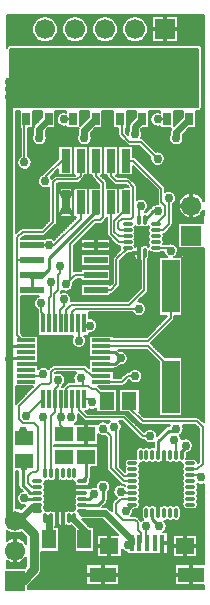
<source format=gtl>
G04 DipTrace 2.4.0.2*
%INIoDriver15.gtl*%
%MOIN*%
%ADD10C,0.0098*%
%ADD13C,0.0061*%
%ADD14C,0.0101*%
%ADD15C,0.022*%
%ADD16C,0.0118*%
%ADD17C,0.0157*%
%ADD18C,0.0315*%
%ADD19C,0.0276*%
%ADD20C,0.013*%
%ADD21R,0.0591X0.0512*%
%ADD22R,0.0512X0.0591*%
%ADD24R,0.0299X0.0807*%
%ADD25R,0.0669X0.0669*%
%ADD26C,0.0669*%
%ADD27R,0.0472X0.063*%
%ADD30R,0.0256X0.0413*%
%ADD32R,0.063X0.0118*%
%ADD33R,0.0118X0.063*%
%ADD34O,0.0118X0.0335*%
%ADD35O,0.0335X0.0118*%
%ADD36R,0.128X0.128*%
%ADD37R,0.0787X0.0236*%
%ADD38R,0.0433X0.063*%
%ADD40R,0.0965X0.0965*%
%ADD41R,0.0157X0.0531*%
%ADD42R,0.063X0.0551*%
%ADD43R,0.0906X0.0512*%
%ADD45R,0.0591X0.1772*%
%ADD46C,0.0787*%
%ADD47C,0.0295*%
%ADD49C,0.04*%
%FSLAX44Y44*%
G04*
G70*
G90*
G75*
G01*
%LNTop*%
%LPD*%
X8346Y7955D2*
D13*
X8364Y7937D1*
X8062D1*
X7812Y8187D1*
Y9437D1*
X7687Y9562D1*
Y9625D1*
X7750Y9562D1*
X5375Y11312D2*
X5321Y11259D1*
X4792D1*
X8346Y7758D2*
X8337Y7750D1*
X8062D1*
X7625Y8187D1*
Y9250D1*
X7375Y9500D1*
X4812Y9937D2*
X5363Y10488D1*
Y10491D1*
X7062Y7312D2*
D14*
X6913Y7163D1*
X6674D1*
X8685Y19812D2*
D15*
X8437Y19564D1*
Y19312D1*
X6741Y13011D2*
D13*
X6815Y12937D1*
X6937D1*
X9187Y18500D2*
X8625Y19062D1*
X8250D1*
X8000Y19312D1*
Y19687D1*
X7937Y19750D1*
Y19812D1*
X6151Y13011D2*
X6143Y13003D1*
Y13455D1*
X6312Y13625D1*
X8250D1*
X8750Y14125D1*
Y15367D1*
X8758D1*
X8187Y15525D2*
X7812Y15150D1*
Y14312D1*
X7625Y14125D1*
X7125D1*
X5631Y6513D2*
D16*
X5520D1*
X5434D1*
X5520D2*
D15*
X5568Y6465D1*
Y5812D1*
X5562Y5750D2*
Y5812D1*
X5568D1*
X6347Y13011D2*
D13*
X6340Y13003D1*
Y13402D1*
X6437Y13500D1*
X8562D1*
X8623Y16927D2*
X8561Y16865D1*
Y16469D1*
X4687Y9435D2*
D14*
X4812D1*
Y9185D1*
X4749D1*
X7123Y19812D2*
D15*
X6750Y19439D1*
Y19187D1*
X5954Y13011D2*
D13*
X5937Y13028D1*
Y13453D1*
X6062Y13578D1*
Y13812D1*
Y19812D2*
X6375D1*
X4750Y7187D2*
D14*
X4774Y7163D1*
X5178D1*
X6674Y7753D2*
X6812Y7891D1*
Y8564D1*
X5363Y13011D2*
D13*
X5375D1*
Y13312D1*
X5312Y13375D1*
Y13687D1*
X6125Y14312D2*
X6266Y14453D1*
X6437Y14625D1*
X7125D1*
Y18437D2*
Y17937D1*
X7375Y17687D1*
Y16564D1*
X7265Y16454D1*
X7079D1*
X6266Y15641D1*
Y14453D1*
X5560Y13011D2*
X5562Y13013D1*
X4999Y15625D2*
X5745D1*
X6625Y16504D1*
Y17039D1*
X5560Y13011D2*
Y13864D1*
X5625Y13928D1*
Y14375D1*
X5562Y15625D2*
X4999D1*
X8187Y16115D2*
X8183Y16120D1*
X7942D1*
X7875Y16187D1*
Y16375D1*
X8000Y16500D1*
X8312D1*
X8375Y16562D1*
Y17562D1*
X8187Y17750D1*
X7812D1*
X7625Y17937D1*
Y18437D1*
X7312Y12243D2*
X7318Y12250D1*
X8875D1*
X9625Y11500D1*
Y10903D1*
X9750Y10750D2*
D14*
X9625D1*
Y10903D1*
X7312Y12440D2*
D13*
X7315Y12437D1*
X8875D1*
X9625Y13187D1*
Y14250D1*
X9750Y14000D2*
D14*
X9625D1*
Y14250D1*
X8840Y5687D2*
D13*
X8812Y5659D1*
Y6250D1*
X7954Y7399D2*
X8092D1*
X8126Y7365D1*
X8346D1*
X8584Y5687D2*
X8625Y5727D1*
Y6020D1*
X8525Y6120D1*
Y6375D1*
X8446Y6454D1*
X8045D1*
X7796Y6703D1*
Y6986D1*
X7954Y7143D1*
X8346D1*
Y7168D1*
X9803Y8625D2*
X9812Y8634D1*
Y9062D1*
X9750Y9125D1*
X8937Y9250D2*
X8687D1*
X8062Y9875D1*
X6812D1*
X6562Y10125D1*
Y10491D1*
X6544D1*
X10275Y7955D2*
X10280Y7950D1*
X10549D1*
X10625Y7875D1*
X6312Y9875D2*
X6347Y9910D1*
Y10491D1*
X10275Y8152D2*
X10280Y8147D1*
X10513D1*
X10687Y8321D1*
Y9562D1*
X10500Y9750D1*
X8687D1*
X8250Y10187D1*
Y10437D1*
X8187Y15918D2*
X8191Y15923D1*
X7889D1*
X7750Y16062D1*
Y16437D1*
X8125Y16812D1*
Y17039D1*
X8187Y15721D2*
X8034D1*
X8038Y15726D1*
X7898D1*
X7625Y16000D1*
Y17039D1*
X9132Y16312D2*
X9437Y16617D1*
Y16937D1*
X9312Y17062D1*
Y17500D1*
X8375Y18437D1*
X8125D1*
X8346Y6971D2*
D14*
X8125Y6750D1*
X7375Y7562D2*
Y7125D1*
X7216Y6966D1*
X6674D1*
X9132Y16115D2*
D13*
X9141Y16125D1*
X9375D1*
X9562Y16312D1*
Y17187D1*
X5560Y19812D2*
D15*
X5250Y19501D1*
Y19187D1*
X6544Y13011D2*
D13*
X6562Y12993D1*
Y12437D1*
X4750Y18375D2*
Y19812D1*
X4812D1*
X5434Y8009D2*
X5437Y8012D1*
Y9812D1*
X5375Y9875D1*
X5954D2*
Y10491D1*
Y9875D2*
X5937Y9891D1*
Y9625D1*
X6063Y9499D1*
Y9311D1*
X4999Y15125D2*
X4500D1*
Y12625D1*
X4684Y12440D1*
X4792D1*
X6625Y18437D2*
Y17937D1*
X6500Y17812D1*
X5812D1*
X5710Y17710D1*
Y16397D1*
X5375Y16062D1*
X4687D1*
X4500Y15875D1*
Y15125D1*
X5631Y8009D2*
X5625Y8003D1*
Y9937D1*
X5757Y10069D1*
Y10491D1*
X5875Y11125D2*
Y10937D1*
X5757Y10819D1*
Y10491D1*
X6221Y6513D2*
D16*
X6348D1*
X6418D1*
X6348D2*
D15*
X6750Y6112D1*
Y5812D1*
X6818Y5780D2*
Y5812D1*
X6750D1*
X7000Y10373D2*
D13*
X6881Y10491D1*
X6741D1*
X5178Y7360D2*
D14*
X4952D1*
X4687Y7625D1*
Y8437D1*
X4749D1*
X4750Y8250D2*
X4749D1*
Y8437D1*
X8328Y5687D2*
D17*
X8288Y5726D1*
D15*
Y5836D1*
X7437Y6687D1*
X6687D1*
X6674Y6700D1*
D16*
Y6769D1*
X9212Y8625D2*
D14*
Y9087D1*
X9562Y9437D1*
X9750D1*
X9812Y9500D1*
X8187Y5625D2*
X8249Y5687D1*
X8328D1*
X5178Y6966D2*
D16*
Y6880D1*
Y6769D1*
Y6880D2*
D15*
X5005D1*
X4568Y6443D1*
Y6437D1*
X4437D1*
X4792Y12243D2*
D14*
X4786Y12250D1*
X4312D1*
X4187Y12125D1*
Y12062D1*
Y11937D1*
X4275Y11849D1*
X4792D1*
X4250Y11812D2*
X4187Y12062D1*
X4250Y21062D2*
D15*
D3*
Y20812D2*
D3*
Y20562D2*
Y20625D1*
Y21062D2*
Y20812D1*
Y20562D1*
X10375Y20812D2*
X9874D1*
Y20718D1*
X10375Y20812D2*
Y20562D1*
Y20312D1*
X4437Y6437D2*
X4250Y6625D1*
Y21062D1*
X8311Y20718D2*
X9874D1*
X8311D2*
X6749D1*
X5186D1*
X5092Y20812D1*
X4250D1*
X8758Y16469D2*
D14*
X9038Y16750D1*
X9187D1*
X6063Y8563D2*
D13*
D3*
X9015Y6695D2*
D14*
Y6484D1*
X9250Y6250D1*
X10125Y8937D2*
Y8875D1*
X10000Y8750D1*
Y8625D1*
X4792Y11849D2*
X4250D1*
Y11812D1*
X4437Y4437D2*
D18*
X4689D1*
X5062Y4810D1*
Y5998D1*
X4622Y6437D1*
D19*
X4437D1*
X7312Y12046D2*
D14*
X7311Y12045D1*
X7757D1*
X7954Y11848D1*
X7875D1*
X7312Y11653D2*
X7758D1*
X7954Y11848D1*
X4999Y14625D2*
D13*
Y14125D1*
D14*
Y14625D1*
X4938Y14564D1*
X5314D1*
X5562Y14812D1*
Y15187D1*
X7125Y16750D1*
Y17000D1*
Y17039D1*
Y16750D2*
D15*
Y17039D1*
Y17000D2*
D14*
D3*
X10248Y19812D2*
D15*
X9812Y19376D1*
Y19187D1*
X5757Y13011D2*
D13*
X5750Y13018D1*
Y14000D1*
X5875Y14125D1*
Y14625D1*
X5937Y14687D1*
Y14937D1*
X9187Y19812D2*
X9500D1*
X7312Y11062D2*
X7313Y11061D1*
X8000D1*
X8187Y11248D1*
X8437D1*
X9625Y15436D2*
X9536Y15525D1*
X9132D1*
X5178Y7557D2*
X5174Y7560D1*
X4999D1*
X4874Y7685D1*
Y7935D1*
X4999Y8060D1*
X5124D1*
X5187Y8123D1*
Y9560D1*
X5062Y9685D1*
X4687D1*
X4562Y9810D1*
Y10248D1*
X5312Y10998D1*
X5562D1*
X5624Y11061D1*
Y11373D1*
X5749Y11498D1*
X6750D1*
X6989Y11259D1*
X7312D1*
X6125Y18437D2*
Y18562D1*
X5437Y17875D1*
Y17750D1*
X6624Y11186D2*
X6687D1*
Y10937D1*
X6250D1*
X6143Y10830D1*
Y10499D1*
X6151Y10491D1*
X7501Y10437D2*
X7126Y10812D1*
X7000D1*
X6875Y10937D1*
X6687D1*
D47*
X7750Y9562D3*
X5375Y11312D3*
X7375Y9500D3*
X4812Y9937D3*
X7062Y7312D3*
X8437Y19312D3*
X6937Y12937D3*
X9187Y18500D3*
X5562Y5750D3*
X8562Y13500D3*
X8623Y16927D3*
X4687Y9435D3*
X6750Y19187D3*
X6062Y13812D3*
Y19812D3*
X4750Y7187D3*
X5312Y13687D3*
X6125Y14312D3*
X5625Y14375D3*
X5562Y15625D3*
X9750Y10750D3*
Y14000D3*
X8812Y6250D3*
X7954Y7399D3*
X9750Y9125D3*
X8937Y9250D3*
X10625Y7875D3*
X6312Y9875D3*
X8125Y6750D3*
X7375Y7562D3*
X9562Y17187D3*
X5250Y19187D3*
X6562Y12437D3*
X4750Y18375D3*
X6562Y12437D3*
X5375Y9875D3*
X5954D3*
D3*
X5875Y11125D3*
X6818Y5780D3*
X7000Y10373D3*
X4750Y8250D3*
X9812Y9500D3*
X8187Y5625D3*
X10375Y20812D3*
D3*
X9187Y16750D3*
X6063Y8563D3*
X9250Y6250D3*
X10125Y8937D3*
X9250Y6250D3*
X7954Y11848D3*
D3*
X7125Y16750D3*
X9812Y19187D3*
X5937Y14937D3*
X9187Y19812D3*
X8437Y11248D3*
X9625Y15436D3*
X5437Y17750D3*
X6624Y11186D3*
X4250Y11812D3*
Y21062D3*
Y20812D3*
Y20562D3*
X7125Y17000D3*
Y17250D3*
X10375Y20562D3*
Y20312D3*
D49*
X6187Y7500D3*
X5750D3*
Y7062D3*
X6187D3*
D47*
X8721Y16061D3*
X6812Y17750D3*
X8625Y12998D3*
Y11937D3*
D49*
X9000Y7937D3*
X9625D3*
Y7312D3*
X9000D3*
D47*
X8125Y9375D3*
X9750Y12375D3*
X7750Y15500D3*
X8000Y13875D3*
X4750Y13125D3*
X9062Y11125D3*
Y17125D3*
X4161Y23221D2*
D13*
X5302D1*
X5573D2*
X6302D1*
X6572D2*
X7302D1*
X7572D2*
X8302D1*
X8572D2*
X9002D1*
X9873D2*
X10713D1*
X4161Y23161D2*
X5181D1*
X5692D2*
X6181D1*
X6692D2*
X7181D1*
X7692D2*
X8181D1*
X8692D2*
X9002D1*
X9873D2*
X10713D1*
X4161Y23101D2*
X5114D1*
X5761D2*
X6114D1*
X6761D2*
X7114D1*
X7761D2*
X8114D1*
X8760D2*
X9002D1*
X9873D2*
X10713D1*
X4161Y23041D2*
X5068D1*
X5806D2*
X6068D1*
X6806D2*
X7068D1*
X7807D2*
X8068D1*
X8807D2*
X9002D1*
X9873D2*
X10713D1*
X4161Y22981D2*
X5036D1*
X5837D2*
X6036D1*
X6837D2*
X7036D1*
X7837D2*
X8036D1*
X8837D2*
X9002D1*
X9873D2*
X10713D1*
X4161Y22921D2*
X5016D1*
X5858D2*
X6016D1*
X6858D2*
X7016D1*
X7858D2*
X8016D1*
X8858D2*
X9002D1*
X9873D2*
X10713D1*
X4161Y22861D2*
X5005D1*
X5869D2*
X6005D1*
X6870D2*
X7004D1*
X7870D2*
X8004D1*
X8870D2*
X9002D1*
X9873D2*
X10713D1*
X4161Y22800D2*
X5002D1*
X5872D2*
X6002D1*
X6872D2*
X7002D1*
X7872D2*
X8002D1*
X8872D2*
X9002D1*
X9873D2*
X10713D1*
X4161Y22740D2*
X5007D1*
X5866D2*
X6007D1*
X6866D2*
X7007D1*
X7866D2*
X8007D1*
X8866D2*
X9002D1*
X9873D2*
X10713D1*
X4161Y22680D2*
X5023D1*
X5852D2*
X6023D1*
X6852D2*
X7023D1*
X7852D2*
X8023D1*
X8852D2*
X9002D1*
X9873D2*
X10713D1*
X4161Y22620D2*
X5047D1*
X5827D2*
X6047D1*
X6827D2*
X7047D1*
X7827D2*
X8047D1*
X8827D2*
X9002D1*
X9873D2*
X10713D1*
X4161Y22560D2*
X5083D1*
X5790D2*
X6083D1*
X6790D2*
X7083D1*
X7790D2*
X8083D1*
X8790D2*
X9002D1*
X9873D2*
X10713D1*
X4161Y22500D2*
X5136D1*
X5738D2*
X6136D1*
X6738D2*
X7136D1*
X7737D2*
X8136D1*
X8737D2*
X9002D1*
X9873D2*
X10713D1*
X4161Y22440D2*
X5218D1*
X5657D2*
X6218D1*
X6657D2*
X7218D1*
X7657D2*
X8217D1*
X8657D2*
X9002D1*
X9873D2*
X10713D1*
X4161Y22380D2*
X10713D1*
X4161Y22320D2*
X10713D1*
X4161Y22260D2*
X4183D1*
X10629D2*
X10713D1*
X10662Y22199D2*
X10713D1*
X10662Y22139D2*
X10713D1*
X10662Y22079D2*
X10713D1*
X10662Y22019D2*
X10713D1*
X10662Y21959D2*
X10713D1*
X10662Y21899D2*
X10713D1*
X10662Y21839D2*
X10713D1*
X10662Y21779D2*
X10713D1*
X10662Y21719D2*
X10713D1*
X10662Y21658D2*
X10713D1*
X10662Y21598D2*
X10713D1*
X10662Y21538D2*
X10713D1*
X10662Y21478D2*
X10713D1*
X10662Y21418D2*
X10713D1*
X10662Y21358D2*
X10713D1*
X10662Y21298D2*
X10713D1*
X10662Y21238D2*
X10713D1*
X10662Y21178D2*
X10713D1*
X10662Y21118D2*
X10713D1*
X10662Y21057D2*
X10713D1*
X10662Y20997D2*
X10713D1*
X10662Y20937D2*
X10713D1*
X10662Y20877D2*
X10713D1*
X10662Y20817D2*
X10713D1*
X10662Y20757D2*
X10713D1*
X10662Y20697D2*
X10713D1*
X10662Y20637D2*
X10713D1*
X10662Y20577D2*
X10713D1*
X10662Y20516D2*
X10713D1*
X10662Y20456D2*
X10713D1*
X10662Y20396D2*
X10713D1*
X10662Y20336D2*
X10713D1*
X10662Y20276D2*
X10713D1*
X10662Y20216D2*
X10713D1*
X10658Y20156D2*
X10713D1*
X10592Y20096D2*
X10713D1*
X4460Y20036D2*
X4583D1*
X5041D2*
X5332D1*
X5788D2*
X5963D1*
X6603D2*
X6894D1*
X7351D2*
X7709D1*
X8165D2*
X8456D1*
X8914D2*
X9088D1*
X9728D2*
X10019D1*
X10476D2*
X10713D1*
X4460Y19976D2*
X4583D1*
X5041D2*
X5332D1*
X5788D2*
X5877D1*
X6603D2*
X6894D1*
X7351D2*
X7709D1*
X8165D2*
X8456D1*
X8914D2*
X9002D1*
X9728D2*
X10019D1*
X10476D2*
X10713D1*
X4460Y19915D2*
X4583D1*
X5041D2*
X5332D1*
X5788D2*
X5837D1*
X6603D2*
X6894D1*
X7351D2*
X7709D1*
X8165D2*
X8456D1*
X8914D2*
X8962D1*
X9728D2*
X10019D1*
X10476D2*
X10713D1*
X4460Y19855D2*
X4583D1*
X5041D2*
X5308D1*
X5788D2*
X5817D1*
X6603D2*
X6870D1*
X7351D2*
X7709D1*
X8165D2*
X8432D1*
X8914D2*
X8943D1*
X9728D2*
X9995D1*
X10476D2*
X10713D1*
X4460Y19795D2*
X4583D1*
X5041D2*
X5247D1*
X5788D2*
X5815D1*
X6603D2*
X6810D1*
X7351D2*
X7709D1*
X8165D2*
X8373D1*
X8914D2*
X8939D1*
X9728D2*
X9935D1*
X10476D2*
X10713D1*
X4460Y19735D2*
X4583D1*
X5041D2*
X5188D1*
X5788D2*
X5826D1*
X6603D2*
X6750D1*
X7351D2*
X7709D1*
X8165D2*
X8312D1*
X8914D2*
X8952D1*
X9728D2*
X9875D1*
X10476D2*
X10713D1*
X4460Y19675D2*
X4583D1*
X5041D2*
X5127D1*
X5788D2*
X5856D1*
X6603D2*
X6690D1*
X7351D2*
X7709D1*
X8165D2*
X8259D1*
X8914D2*
X8981D1*
X9728D2*
X9815D1*
X10476D2*
X10713D1*
X4460Y19615D2*
X4583D1*
X5041D2*
X5073D1*
X5788D2*
X5915D1*
X6603D2*
X6630D1*
X7351D2*
X7709D1*
X8165D2*
X8233D1*
X8914D2*
X9040D1*
X9728D2*
X9755D1*
X10476D2*
X10713D1*
X4460Y19555D2*
X4583D1*
X5788D2*
X6146D1*
X7351D2*
X7709D1*
X8165D2*
X8226D1*
X8914D2*
X9271D1*
X10476D2*
X10713D1*
X4460Y19495D2*
X4618D1*
X4881D2*
X5039D1*
X5538D2*
X6547D1*
X7101D2*
X7868D1*
X8131D2*
X8226D1*
X8664D2*
X9639D1*
X10226D2*
X10713D1*
X4460Y19435D2*
X4618D1*
X4881D2*
X5039D1*
X5478D2*
X6539D1*
X7041D2*
X7868D1*
X8131D2*
X8222D1*
X8652D2*
X9610D1*
X10165D2*
X10713D1*
X4460Y19374D2*
X4618D1*
X4881D2*
X5039D1*
X5460D2*
X6539D1*
X6980D2*
X7868D1*
X8131D2*
X8197D1*
X8677D2*
X9601D1*
X10106D2*
X10713D1*
X4460Y19314D2*
X4618D1*
X4881D2*
X5037D1*
X5461D2*
X6537D1*
X6961D2*
X7868D1*
X8686D2*
X9600D1*
X10045D2*
X10713D1*
X4460Y19254D2*
X4618D1*
X4881D2*
X5010D1*
X5488D2*
X6511D1*
X6988D2*
X7883D1*
X8678D2*
X9573D1*
X10051D2*
X10713D1*
X4460Y19194D2*
X4618D1*
X4881D2*
X5002D1*
X5498D2*
X6502D1*
X6998D2*
X7934D1*
X8655D2*
X9564D1*
X10060D2*
X10713D1*
X4460Y19134D2*
X4618D1*
X4881D2*
X5007D1*
X5492D2*
X6507D1*
X6992D2*
X7994D1*
X8736D2*
X9570D1*
X10054D2*
X10713D1*
X4460Y19074D2*
X4618D1*
X4881D2*
X5030D1*
X5470D2*
X6529D1*
X6970D2*
X8054D1*
X8796D2*
X9592D1*
X10032D2*
X10713D1*
X4460Y19014D2*
X4618D1*
X4881D2*
X5075D1*
X5425D2*
X6575D1*
X6925D2*
X8115D1*
X8855D2*
X9637D1*
X9987D2*
X10713D1*
X4460Y18954D2*
X4618D1*
X4881D2*
X5178D1*
X5320D2*
X6678D1*
X6820D2*
X8181D1*
X8916D2*
X9741D1*
X9883D2*
X10713D1*
X4460Y18894D2*
X4618D1*
X4881D2*
X5874D1*
X8375D2*
X8610D1*
X8976D2*
X10713D1*
X4460Y18834D2*
X4618D1*
X4881D2*
X5874D1*
X8375D2*
X8669D1*
X9036D2*
X10713D1*
X4460Y18773D2*
X4618D1*
X4881D2*
X5874D1*
X8375D2*
X8730D1*
X9096D2*
X10713D1*
X4460Y18713D2*
X4618D1*
X4881D2*
X5874D1*
X8375D2*
X8790D1*
X9306D2*
X10713D1*
X4460Y18653D2*
X4618D1*
X4881D2*
X5874D1*
X8375D2*
X8850D1*
X9380D2*
X10713D1*
X4460Y18593D2*
X4618D1*
X4881D2*
X5874D1*
X8375D2*
X8910D1*
X9417D2*
X10713D1*
X4460Y18533D2*
X4560D1*
X4938D2*
X5874D1*
X8461D2*
X8941D1*
X9433D2*
X10713D1*
X4460Y18473D2*
X4522D1*
X4977D2*
X5852D1*
X8522D2*
X8940D1*
X9434D2*
X10713D1*
X4460Y18413D2*
X4505D1*
X4995D2*
X5792D1*
X8582D2*
X8954D1*
X9419D2*
X10713D1*
X4460Y18353D2*
X4503D1*
X4997D2*
X5732D1*
X8642D2*
X8988D1*
X9385D2*
X10713D1*
X4460Y18293D2*
X4515D1*
X4983D2*
X5672D1*
X8702D2*
X9055D1*
X9319D2*
X10713D1*
X4460Y18232D2*
X4547D1*
X4952D2*
X5612D1*
X8375D2*
X8396D1*
X8762D2*
X10713D1*
X4460Y18172D2*
X4610D1*
X4889D2*
X5552D1*
X8375D2*
X8456D1*
X8822D2*
X10713D1*
X4460Y18112D2*
X5492D1*
X8375D2*
X8516D1*
X8882D2*
X10713D1*
X4460Y18052D2*
X5432D1*
X5798D2*
X5874D1*
X8375D2*
X8576D1*
X8943D2*
X10713D1*
X4460Y17992D2*
X5371D1*
X5738D2*
X5874D1*
X8375D2*
X8636D1*
X9002D2*
X10713D1*
X4460Y17932D2*
X5271D1*
X5678D2*
X5770D1*
X6756D2*
X6993D1*
X7312D2*
X7493D1*
X7812D2*
X8696D1*
X9063D2*
X10713D1*
X4460Y17872D2*
X5222D1*
X5652D2*
X5689D1*
X6738D2*
X7011D1*
X7373D2*
X7511D1*
X8219D2*
X8757D1*
X9123D2*
X10713D1*
X4460Y17812D2*
X5197D1*
X6683D2*
X7067D1*
X7433D2*
X7567D1*
X8308D2*
X8816D1*
X9183D2*
X10713D1*
X4460Y17752D2*
X5189D1*
X6622D2*
X7126D1*
X7488D2*
X7626D1*
X8368D2*
X8877D1*
X9243D2*
X10713D1*
X4460Y17692D2*
X5196D1*
X6540D2*
X7187D1*
X7506D2*
X7687D1*
X8428D2*
X8937D1*
X9303D2*
X10713D1*
X4460Y17631D2*
X5220D1*
X5841D2*
X7243D1*
X7506D2*
X7765D1*
X8485D2*
X8997D1*
X9363D2*
X10713D1*
X4460Y17571D2*
X5267D1*
X5841D2*
X7243D1*
X7506D2*
X8182D1*
X8505D2*
X9057D1*
X9421D2*
X10713D1*
X4460Y17511D2*
X5388D1*
X5486D2*
X5578D1*
X5841D2*
X5874D1*
X8506D2*
X9118D1*
X9443D2*
X10713D1*
X4460Y17451D2*
X5578D1*
X5841D2*
X5874D1*
X8506D2*
X9177D1*
X9444D2*
X10713D1*
X4460Y17391D2*
X5578D1*
X5841D2*
X5874D1*
X8506D2*
X9181D1*
X9698D2*
X10713D1*
X4460Y17331D2*
X5578D1*
X5841D2*
X5874D1*
X8506D2*
X9181D1*
X9763D2*
X10136D1*
X10489D2*
X10713D1*
X4460Y17271D2*
X5578D1*
X5841D2*
X5874D1*
X8506D2*
X9181D1*
X9795D2*
X10036D1*
X10588D2*
X10713D1*
X4460Y17211D2*
X5578D1*
X5841D2*
X5874D1*
X8506D2*
X9181D1*
X9809D2*
X9976D1*
X10649D2*
X10713D1*
X4460Y17151D2*
X5578D1*
X5841D2*
X5874D1*
X8506D2*
X8525D1*
X8721D2*
X9181D1*
X9807D2*
X9933D1*
X10690D2*
X10712D1*
X4460Y17090D2*
X5578D1*
X5841D2*
X5874D1*
X8807D2*
X9181D1*
X9790D2*
X9906D1*
X4460Y17030D2*
X5578D1*
X5841D2*
X5874D1*
X8848D2*
X9185D1*
X9753D2*
X9887D1*
X4460Y16970D2*
X5578D1*
X5841D2*
X5874D1*
X8867D2*
X9081D1*
X9693D2*
X9878D1*
X4460Y16910D2*
X5578D1*
X5841D2*
X5874D1*
X8871D2*
X9000D1*
X9693D2*
X9878D1*
X4460Y16850D2*
X5578D1*
X5841D2*
X5874D1*
X8859D2*
X8928D1*
X9693D2*
X9885D1*
X4460Y16790D2*
X5578D1*
X5841D2*
X5874D1*
X8829D2*
X8867D1*
X9693D2*
X9903D1*
X4460Y16730D2*
X5578D1*
X5841D2*
X5874D1*
X8784D2*
X8808D1*
X9693D2*
X9930D1*
X10694D2*
X10713D1*
X4460Y16670D2*
X5578D1*
X5841D2*
X5874D1*
X9693D2*
X9970D1*
X10654D2*
X10713D1*
X4460Y16610D2*
X5578D1*
X5841D2*
X5874D1*
X9693D2*
X10028D1*
X10595D2*
X10713D1*
X4460Y16550D2*
X5578D1*
X5841D2*
X5874D1*
X9693D2*
X10121D1*
X10502D2*
X10713D1*
X4460Y16489D2*
X5578D1*
X5841D2*
X6427D1*
X9693D2*
X10713D1*
X4460Y16429D2*
X5558D1*
X5841D2*
X6366D1*
X7423D2*
X7493D1*
X9693D2*
X10713D1*
X4460Y16369D2*
X5499D1*
X5837D2*
X6307D1*
X7363D2*
X7493D1*
X9693D2*
X10713D1*
X4460Y16309D2*
X5438D1*
X5805D2*
X6246D1*
X7118D2*
X7493D1*
X9693D2*
X9877D1*
X4460Y16249D2*
X5379D1*
X5744D2*
X6186D1*
X7057D2*
X7493D1*
X9676D2*
X9877D1*
X4460Y16189D2*
X5318D1*
X5685D2*
X6126D1*
X6997D2*
X7493D1*
X8436D2*
X8883D1*
X9622D2*
X9877D1*
X4460Y16129D2*
X4571D1*
X5624D2*
X6066D1*
X6937D2*
X7493D1*
X8454D2*
X8864D1*
X9562D2*
X9877D1*
X4460Y16069D2*
X4510D1*
X5564D2*
X6006D1*
X6877D2*
X7493D1*
X8448D2*
X8871D1*
X9502D2*
X9877D1*
X5504Y16009D2*
X5946D1*
X6817D2*
X7493D1*
X8426D2*
X8893D1*
X9427D2*
X9877D1*
X5433Y15948D2*
X5886D1*
X6757D2*
X7504D1*
X8451D2*
X8867D1*
X9397D2*
X9877D1*
X4696Y15888D2*
X5825D1*
X6696D2*
X7552D1*
X8452D2*
X8867D1*
X9397D2*
X9877D1*
X5699Y15828D2*
X5766D1*
X8426D2*
X8893D1*
X9371D2*
X9877D1*
X6576Y15768D2*
X6630D1*
X7618D2*
X7672D1*
X8448D2*
X8871D1*
X9393D2*
X9877D1*
X6516Y15708D2*
X6630D1*
X7618D2*
X7733D1*
X8454D2*
X8864D1*
X9400D2*
X9877D1*
X6456Y15648D2*
X6630D1*
X7618D2*
X7793D1*
X8436D2*
X8883D1*
X9748D2*
X9877D1*
X6397Y15588D2*
X6630D1*
X7618D2*
X7932D1*
X9820D2*
X9877D1*
X6397Y15528D2*
X6630D1*
X7618D2*
X7919D1*
X9855D2*
X9877D1*
X6397Y15468D2*
X6630D1*
X7618D2*
X7930D1*
X9871D2*
X10713D1*
X6397Y15408D2*
X7886D1*
X9872D2*
X10713D1*
X6397Y15347D2*
X7827D1*
X8193D2*
X8402D1*
X8918D2*
X9393D1*
X9856D2*
X10713D1*
X6397Y15287D2*
X6630D1*
X7618D2*
X7766D1*
X8133D2*
X8402D1*
X8918D2*
X9428D1*
X9822D2*
X10713D1*
X6397Y15227D2*
X6630D1*
X7618D2*
X7708D1*
X8072D2*
X8405D1*
X8914D2*
X9229D1*
X10020D2*
X10713D1*
X6397Y15167D2*
X6630D1*
X7618D2*
X7682D1*
X8013D2*
X8431D1*
X8887D2*
X9229D1*
X10020D2*
X10713D1*
X6397Y15107D2*
X6630D1*
X7618D2*
X7681D1*
X7952D2*
X8532D1*
X8590D2*
X8618D1*
X8880D2*
X9229D1*
X10020D2*
X10713D1*
X6397Y15047D2*
X6630D1*
X7618D2*
X7681D1*
X7943D2*
X8619D1*
X8880D2*
X9229D1*
X10020D2*
X10713D1*
X6397Y14987D2*
X6630D1*
X7618D2*
X7681D1*
X7943D2*
X8619D1*
X8880D2*
X9229D1*
X10020D2*
X10713D1*
X6397Y14927D2*
X6630D1*
X7618D2*
X7681D1*
X7943D2*
X8619D1*
X8880D2*
X9229D1*
X10020D2*
X10713D1*
X6397Y14867D2*
X7681D1*
X7943D2*
X8619D1*
X8880D2*
X9229D1*
X10020D2*
X10713D1*
X6397Y14806D2*
X6630D1*
X7618D2*
X7681D1*
X7943D2*
X8619D1*
X8880D2*
X9229D1*
X10020D2*
X10713D1*
X7618Y14746D2*
X7681D1*
X7943D2*
X8619D1*
X8880D2*
X9229D1*
X10020D2*
X10713D1*
X7618Y14686D2*
X7681D1*
X7943D2*
X8619D1*
X8880D2*
X9229D1*
X10020D2*
X10713D1*
X7618Y14626D2*
X7681D1*
X7943D2*
X8619D1*
X8880D2*
X9229D1*
X10020D2*
X10713D1*
X7618Y14566D2*
X7681D1*
X7943D2*
X8619D1*
X8880D2*
X9229D1*
X10020D2*
X10713D1*
X7618Y14506D2*
X7681D1*
X7943D2*
X8619D1*
X8880D2*
X9229D1*
X10020D2*
X10713D1*
X6442Y14446D2*
X6630D1*
X7618D2*
X7681D1*
X7943D2*
X8619D1*
X8880D2*
X9229D1*
X10020D2*
X10713D1*
X6381Y14386D2*
X7681D1*
X7943D2*
X8619D1*
X8880D2*
X9229D1*
X10020D2*
X10713D1*
X6372Y14326D2*
X6630D1*
X7618D2*
X7642D1*
X7943D2*
X8619D1*
X8880D2*
X9229D1*
X10020D2*
X10713D1*
X6368Y14266D2*
X6630D1*
X7934D2*
X8619D1*
X8880D2*
X9229D1*
X10020D2*
X10713D1*
X6348Y14205D2*
X6630D1*
X7888D2*
X8619D1*
X8880D2*
X9229D1*
X10020D2*
X10713D1*
X6307Y14145D2*
X6630D1*
X7829D2*
X8587D1*
X8880D2*
X9229D1*
X10020D2*
X10713D1*
X6000Y14085D2*
X6033D1*
X6215D2*
X6630D1*
X7768D2*
X8527D1*
X8875D2*
X9229D1*
X10020D2*
X10713D1*
X6183Y14025D2*
X6630D1*
X7707D2*
X8467D1*
X8833D2*
X9229D1*
X10020D2*
X10713D1*
X6256Y13965D2*
X6630D1*
X7618D2*
X8407D1*
X8773D2*
X9229D1*
X10020D2*
X10713D1*
X4631Y13905D2*
X5200D1*
X6291D2*
X8347D1*
X8713D2*
X9229D1*
X10020D2*
X10713D1*
X4631Y13845D2*
X5123D1*
X6308D2*
X8287D1*
X8653D2*
X9229D1*
X10020D2*
X10713D1*
X4631Y13785D2*
X5084D1*
X6309D2*
X8226D1*
X8593D2*
X9229D1*
X10020D2*
X10713D1*
X4631Y13725D2*
X5067D1*
X8657D2*
X9229D1*
X10020D2*
X10713D1*
X4631Y13665D2*
X5065D1*
X8745D2*
X9229D1*
X10020D2*
X10713D1*
X4631Y13604D2*
X5078D1*
X8786D2*
X9229D1*
X10020D2*
X10713D1*
X4631Y13544D2*
X5110D1*
X8807D2*
X9229D1*
X10020D2*
X10713D1*
X4631Y13484D2*
X5173D1*
X8809D2*
X9229D1*
X10020D2*
X10713D1*
X4631Y13424D2*
X5181D1*
X8798D2*
X9229D1*
X10020D2*
X10713D1*
X4631Y13364D2*
X5181D1*
X6901D2*
X8356D1*
X8769D2*
X9229D1*
X10020D2*
X10713D1*
X4631Y13304D2*
X5202D1*
X6901D2*
X8413D1*
X8711D2*
X9229D1*
X10020D2*
X10713D1*
X4631Y13244D2*
X5203D1*
X6901D2*
X9493D1*
X9756D2*
X10713D1*
X4631Y13184D2*
X5203D1*
X6901D2*
X9438D1*
X9756D2*
X10713D1*
X4631Y13124D2*
X5203D1*
X7097D2*
X9378D1*
X9738D2*
X10713D1*
X4631Y13063D2*
X5203D1*
X7149D2*
X9318D1*
X9684D2*
X10713D1*
X4631Y13003D2*
X5203D1*
X7176D2*
X9258D1*
X9624D2*
X10713D1*
X4631Y12943D2*
X5203D1*
X7185D2*
X9197D1*
X9564D2*
X10713D1*
X4631Y12883D2*
X5203D1*
X7179D2*
X9138D1*
X9504D2*
X10713D1*
X4631Y12823D2*
X5203D1*
X7157D2*
X9077D1*
X9444D2*
X10713D1*
X4631Y12763D2*
X5203D1*
X7112D2*
X9017D1*
X9383D2*
X10713D1*
X4631Y12703D2*
X5203D1*
X7004D2*
X8957D1*
X9324D2*
X10713D1*
X4665Y12643D2*
X5203D1*
X6901D2*
X8897D1*
X9263D2*
X10713D1*
X5208Y12583D2*
X6362D1*
X6762D2*
X6896D1*
X7728D2*
X8837D1*
X9203D2*
X10713D1*
X5208Y12523D2*
X6329D1*
X6795D2*
X6896D1*
X9143D2*
X10713D1*
X5208Y12462D2*
X6315D1*
X6809D2*
X6896D1*
X9083D2*
X10713D1*
X5208Y12402D2*
X6316D1*
X6808D2*
X6896D1*
X9023D2*
X10713D1*
X5208Y12342D2*
X6333D1*
X6791D2*
X6896D1*
X8965D2*
X10713D1*
X5208Y12282D2*
X6370D1*
X6754D2*
X6896D1*
X9025D2*
X10713D1*
X5208Y12222D2*
X6445D1*
X6679D2*
X6896D1*
X9085D2*
X10713D1*
X5208Y12162D2*
X6896D1*
X9145D2*
X10713D1*
X5208Y12102D2*
X6896D1*
X7911D2*
X8839D1*
X9206D2*
X10713D1*
X5208Y12042D2*
X6896D1*
X8105D2*
X8899D1*
X9265D2*
X10713D1*
X5208Y11982D2*
X6896D1*
X8162D2*
X8959D1*
X9326D2*
X10713D1*
X5208Y11921D2*
X6896D1*
X8190D2*
X9020D1*
X9386D2*
X10713D1*
X5208Y11861D2*
X6896D1*
X8202D2*
X9079D1*
X10020D2*
X10713D1*
X5208Y11801D2*
X6896D1*
X8197D2*
X9140D1*
X10020D2*
X10713D1*
X5208Y11741D2*
X6896D1*
X8177D2*
X9200D1*
X10020D2*
X10713D1*
X5208Y11681D2*
X6896D1*
X8135D2*
X9229D1*
X10020D2*
X10713D1*
X5208Y11621D2*
X5719D1*
X6780D2*
X6896D1*
X8044D2*
X9229D1*
X10020D2*
X10713D1*
X5208Y11561D2*
X5629D1*
X6870D2*
X6896D1*
X7878D2*
X9229D1*
X10020D2*
X10713D1*
X5532Y11501D2*
X5569D1*
X7728D2*
X9229D1*
X10020D2*
X10713D1*
X7728Y11441D2*
X8285D1*
X8591D2*
X9229D1*
X10020D2*
X10713D1*
X7728Y11381D2*
X8228D1*
X8646D2*
X9229D1*
X10020D2*
X10713D1*
X6023Y11320D2*
X6417D1*
X7728D2*
X8076D1*
X8674D2*
X9229D1*
X10020D2*
X10713D1*
X6081Y11260D2*
X6388D1*
X7728D2*
X8016D1*
X8685D2*
X9229D1*
X10020D2*
X10713D1*
X6111Y11200D2*
X6377D1*
X7728D2*
X7956D1*
X8681D2*
X9229D1*
X10020D2*
X10713D1*
X6122Y11140D2*
X6381D1*
X8660D2*
X9229D1*
X10020D2*
X10713D1*
X6119Y11080D2*
X6401D1*
X8202D2*
X8257D1*
X8617D2*
X9229D1*
X10020D2*
X10713D1*
X6099Y11020D2*
X6149D1*
X8142D2*
X8351D1*
X8524D2*
X9229D1*
X10020D2*
X10713D1*
X6058Y10960D2*
X6089D1*
X8080D2*
X9229D1*
X10020D2*
X10713D1*
X4460Y10900D2*
X5031D1*
X7222D2*
X9229D1*
X10020D2*
X10713D1*
X4460Y10840D2*
X4970D1*
X7282D2*
X9229D1*
X10020D2*
X10713D1*
X4460Y10779D2*
X4910D1*
X7858D2*
X7893D1*
X8606D2*
X9229D1*
X10020D2*
X10713D1*
X4460Y10719D2*
X4850D1*
X7858D2*
X7893D1*
X8606D2*
X9229D1*
X10020D2*
X10713D1*
X4460Y10659D2*
X4790D1*
X7858D2*
X7893D1*
X8606D2*
X9229D1*
X10020D2*
X10713D1*
X4460Y10599D2*
X4730D1*
X7858D2*
X7893D1*
X8606D2*
X9229D1*
X10020D2*
X10713D1*
X4460Y10539D2*
X4670D1*
X7858D2*
X7893D1*
X8606D2*
X9229D1*
X10020D2*
X10713D1*
X4460Y10479D2*
X4609D1*
X7858D2*
X7893D1*
X8606D2*
X9229D1*
X10020D2*
X10713D1*
X4460Y10419D2*
X4550D1*
X7858D2*
X7893D1*
X8606D2*
X9229D1*
X10020D2*
X10713D1*
X4460Y10359D2*
X4489D1*
X7858D2*
X7893D1*
X8606D2*
X9229D1*
X10020D2*
X10713D1*
X7858Y10299D2*
X7893D1*
X8606D2*
X9229D1*
X10020D2*
X10713D1*
X7858Y10239D2*
X7893D1*
X8606D2*
X9229D1*
X10020D2*
X10713D1*
X7858Y10178D2*
X7893D1*
X8606D2*
X9229D1*
X10020D2*
X10713D1*
X6901Y10118D2*
X7145D1*
X7858D2*
X7893D1*
X8606D2*
X9229D1*
X10020D2*
X10713D1*
X6811Y10058D2*
X7145D1*
X7858D2*
X7893D1*
X8606D2*
X9229D1*
X10020D2*
X10713D1*
X8088Y9998D2*
X8255D1*
X8621D2*
X9229D1*
X10020D2*
X10713D1*
X8182Y9938D2*
X8315D1*
X8682D2*
X9229D1*
X10020D2*
X10713D1*
X6560Y9878D2*
X6625D1*
X8242D2*
X8376D1*
X8742D2*
X10713D1*
X6553Y9818D2*
X6686D1*
X8302D2*
X8435D1*
X10614D2*
X10713D1*
X6530Y9758D2*
X6761D1*
X8362D2*
X8496D1*
X10675D2*
X10713D1*
X6483Y9698D2*
X7229D1*
X7520D2*
X7543D1*
X7956D2*
X8056D1*
X8422D2*
X8556D1*
X7986Y9637D2*
X8116D1*
X8482D2*
X8625D1*
X7998Y9577D2*
X8176D1*
X8543D2*
X9520D1*
X10047D2*
X10489D1*
X7994Y9517D2*
X8236D1*
X8602D2*
X9431D1*
X10060D2*
X10548D1*
X7974Y9457D2*
X8296D1*
X8663D2*
X8807D1*
X9068D2*
X9371D1*
X10057D2*
X10556D1*
X7943Y9397D2*
X8357D1*
X9135D2*
X9311D1*
X10038D2*
X10556D1*
X7943Y9337D2*
X8416D1*
X9169D2*
X9251D1*
X9997D2*
X10556D1*
X7208Y9277D2*
X7273D1*
X7943D2*
X8477D1*
X9944D2*
X10556D1*
X7208Y9217D2*
X7474D1*
X7943D2*
X8537D1*
X9979D2*
X10556D1*
X7208Y9157D2*
X7493D1*
X7943D2*
X8597D1*
X9996D2*
X10017D1*
X10233D2*
X10556D1*
X7208Y9097D2*
X7493D1*
X7943D2*
X8743D1*
X10313D2*
X10556D1*
X7208Y9036D2*
X7493D1*
X7943D2*
X8816D1*
X10352D2*
X10556D1*
X7208Y8976D2*
X7493D1*
X7943D2*
X9061D1*
X10370D2*
X10556D1*
X5756Y8916D2*
X7493D1*
X7943D2*
X9061D1*
X10372D2*
X10556D1*
X7208Y8856D2*
X7493D1*
X7943D2*
X8524D1*
X10359D2*
X10556D1*
X7208Y8796D2*
X7493D1*
X7943D2*
X8476D1*
X10328D2*
X10556D1*
X7208Y8736D2*
X7493D1*
X7943D2*
X8462D1*
X10265D2*
X10556D1*
X7208Y8676D2*
X7493D1*
X7943D2*
X8462D1*
X10160D2*
X10556D1*
X7208Y8616D2*
X7493D1*
X7943D2*
X8462D1*
X10160D2*
X10556D1*
X7208Y8556D2*
X7493D1*
X7943D2*
X8462D1*
X10160D2*
X10556D1*
X7208Y8495D2*
X7493D1*
X7943D2*
X8186D1*
X10435D2*
X10556D1*
X7208Y8435D2*
X7493D1*
X7943D2*
X8104D1*
X10517D2*
X10556D1*
X7208Y8375D2*
X7493D1*
X7943D2*
X8080D1*
X8688D2*
X8752D1*
X8885D2*
X8949D1*
X9082D2*
X9145D1*
X9279D2*
X9342D1*
X9475D2*
X9539D1*
X9673D2*
X9736D1*
X9870D2*
X9932D1*
X7208Y8315D2*
X7493D1*
X7943D2*
X8082D1*
X8610D2*
X10011D1*
X7208Y8255D2*
X7493D1*
X7943D2*
X8110D1*
X8582D2*
X10039D1*
X6963Y8195D2*
X7493D1*
X7987D2*
X8084D1*
X8608D2*
X10013D1*
X6963Y8135D2*
X7504D1*
X8047D2*
X8079D1*
X8613D2*
X10008D1*
X4460Y8075D2*
X4535D1*
X6963D2*
X7553D1*
X8593D2*
X10028D1*
X4460Y8015D2*
X4535D1*
X6963D2*
X7614D1*
X8602D2*
X10019D1*
X4460Y7955D2*
X4535D1*
X6963D2*
X7673D1*
X8614D2*
X10007D1*
X4460Y7894D2*
X4535D1*
X6963D2*
X7734D1*
X8601D2*
X10020D1*
X4460Y7834D2*
X4535D1*
X6952D2*
X7794D1*
X8593D2*
X10027D1*
X4460Y7774D2*
X4535D1*
X6941D2*
X7252D1*
X7498D2*
X7854D1*
X8613D2*
X10008D1*
X4460Y7714D2*
X4535D1*
X5441D2*
X6411D1*
X6937D2*
X7180D1*
X7569D2*
X7914D1*
X8607D2*
X10014D1*
X4460Y7654D2*
X4535D1*
X5411D2*
X6441D1*
X6907D2*
X7145D1*
X7605D2*
X7975D1*
X8583D2*
X10038D1*
X4460Y7594D2*
X4539D1*
X5441D2*
X6410D1*
X6937D2*
X7128D1*
X7620D2*
X7804D1*
X8611D2*
X10011D1*
X10540D2*
X10713D1*
X4460Y7534D2*
X4568D1*
X5444D2*
X6408D1*
X6940D2*
X6959D1*
X7621D2*
X7746D1*
X8612D2*
X10010D1*
X10541D2*
X10713D1*
X4460Y7474D2*
X4626D1*
X5422D2*
X6431D1*
X7606D2*
X7718D1*
X8586D2*
X10035D1*
X10516D2*
X10713D1*
X4460Y7414D2*
X4658D1*
X5436D2*
X6416D1*
X7571D2*
X7706D1*
X8606D2*
X10015D1*
X10535D2*
X10713D1*
X4460Y7353D2*
X4568D1*
X5446D2*
X6407D1*
X7525D2*
X7710D1*
X8614D2*
X10007D1*
X10543D2*
X10713D1*
X4460Y7293D2*
X4526D1*
X5431D2*
X6421D1*
X7525D2*
X7730D1*
X8596D2*
X10024D1*
X10525D2*
X10713D1*
X4460Y7233D2*
X4506D1*
X5429D2*
X6423D1*
X7525D2*
X7771D1*
X8599D2*
X10022D1*
X10528D2*
X10713D1*
X4460Y7173D2*
X4502D1*
X5446D2*
X6407D1*
X7525D2*
X7801D1*
X8614D2*
X10007D1*
X10543D2*
X10713D1*
X4460Y7113D2*
X4513D1*
X5438D2*
X6414D1*
X7525D2*
X7741D1*
X8604D2*
X10017D1*
X10533D2*
X10713D1*
X4460Y7053D2*
X4542D1*
X5419D2*
X6434D1*
X7506D2*
X7685D1*
X8591D2*
X10031D1*
X10519D2*
X10713D1*
X4460Y6993D2*
X4599D1*
X5444D2*
X6409D1*
X7453D2*
X7665D1*
X8613D2*
X10009D1*
X10542D2*
X10713D1*
X4460Y6933D2*
X4762D1*
X5442D2*
X6410D1*
X7394D2*
X7665D1*
X8609D2*
X8729D1*
X8907D2*
X8926D1*
X9104D2*
X9123D1*
X9892D2*
X10012D1*
X10538D2*
X10713D1*
X4460Y6873D2*
X4702D1*
X5414D2*
X6438D1*
X7529D2*
X7665D1*
X8578D2*
X8675D1*
X9946D2*
X10043D1*
X10507D2*
X10713D1*
X5440Y6813D2*
X6412D1*
X7607D2*
X7665D1*
X8399D2*
X8659D1*
X9962D2*
X10713D1*
X5521Y6752D2*
X5544D1*
X5717D2*
X5741D1*
X5914D2*
X5938D1*
X6111D2*
X6136D1*
X6308D2*
X6332D1*
X8373D2*
X8659D1*
X9962D2*
X10713D1*
X8366Y6692D2*
X8659D1*
X9962D2*
X10713D1*
X8342Y6632D2*
X8659D1*
X9962D2*
X10713D1*
X8494Y6572D2*
X8660D1*
X9962D2*
X10713D1*
X8571Y6512D2*
X8678D1*
X9943D2*
X10713D1*
X6705Y6452D2*
X7377D1*
X8630D2*
X8673D1*
X9488D2*
X9527D1*
X9685D2*
X9724D1*
X9881D2*
X10713D1*
X6765Y6392D2*
X7436D1*
X9451D2*
X10713D1*
X6825Y6332D2*
X7497D1*
X9483D2*
X10713D1*
X5909Y6272D2*
X5942D1*
X6107D2*
X6140D1*
X6885D2*
X7557D1*
X9497D2*
X10713D1*
X5906Y6211D2*
X6354D1*
X7086D2*
X7617D1*
X9495D2*
X10713D1*
X5906Y6151D2*
X6412D1*
X7086D2*
X7677D1*
X9477D2*
X10713D1*
X5906Y6091D2*
X6412D1*
X7086D2*
X7737D1*
X9439D2*
X10713D1*
X4161Y6031D2*
X4292D1*
X4582D2*
X4666D1*
X5906D2*
X6412D1*
X7086D2*
X7797D1*
X9531D2*
X10713D1*
X4161Y5971D2*
X4726D1*
X5906D2*
X6412D1*
X7086D2*
X7858D1*
X9531D2*
X10713D1*
X4161Y5911D2*
X4786D1*
X5906D2*
X6412D1*
X7086D2*
X7164D1*
X9531D2*
X9684D1*
X10515D2*
X10713D1*
X4161Y5851D2*
X4317D1*
X4556D2*
X4804D1*
X5906D2*
X6412D1*
X7086D2*
X7164D1*
X9531D2*
X9684D1*
X10515D2*
X10713D1*
X4161Y5791D2*
X4188D1*
X4686D2*
X4804D1*
X5906D2*
X6412D1*
X7086D2*
X7164D1*
X9531D2*
X9684D1*
X10515D2*
X10713D1*
X4756Y5731D2*
X4804D1*
X5906D2*
X6412D1*
X7086D2*
X7164D1*
X9531D2*
X9684D1*
X10515D2*
X10713D1*
X5906Y5671D2*
X6412D1*
X7086D2*
X7164D1*
X9531D2*
X9684D1*
X10515D2*
X10713D1*
X5906Y5610D2*
X6412D1*
X7086D2*
X7164D1*
X9531D2*
X9684D1*
X10515D2*
X10713D1*
X5906Y5550D2*
X6412D1*
X7086D2*
X7164D1*
X9531D2*
X9684D1*
X10515D2*
X10713D1*
X5906Y5490D2*
X6412D1*
X7086D2*
X7164D1*
X9531D2*
X9684D1*
X10515D2*
X10713D1*
X5906Y5430D2*
X6412D1*
X7086D2*
X7164D1*
X7996D2*
X8036D1*
X9531D2*
X9684D1*
X10515D2*
X10713D1*
X5320Y5370D2*
X7164D1*
X7996D2*
X8148D1*
X9531D2*
X9684D1*
X10515D2*
X10713D1*
X5320Y5310D2*
X7164D1*
X7996D2*
X9684D1*
X10515D2*
X10713D1*
X5320Y5250D2*
X7164D1*
X7996D2*
X9684D1*
X10515D2*
X10713D1*
X5320Y5190D2*
X10713D1*
X4742Y5130D2*
X4804D1*
X5320D2*
X10713D1*
X4161Y5069D2*
X4209D1*
X4665D2*
X4804D1*
X5320D2*
X10713D1*
X4161Y5009D2*
X4395D1*
X4479D2*
X4804D1*
X5320D2*
X10713D1*
X4161Y4949D2*
X4804D1*
X5320D2*
X6810D1*
X7917D2*
X9763D1*
X4161Y4889D2*
X4779D1*
X5320D2*
X6810D1*
X7917D2*
X9763D1*
X5320Y4829D2*
X6810D1*
X7917D2*
X9763D1*
X5316Y4769D2*
X6810D1*
X7917D2*
X9763D1*
X5299Y4709D2*
X6810D1*
X7917D2*
X9763D1*
X5262Y4649D2*
X6810D1*
X7917D2*
X9763D1*
X5203Y4589D2*
X6810D1*
X7917D2*
X9763D1*
X5143Y4529D2*
X6810D1*
X7917D2*
X9763D1*
X5083Y4468D2*
X6810D1*
X7917D2*
X9763D1*
X5023Y4408D2*
X6810D1*
X7917D2*
X9763D1*
X4962Y4348D2*
X6810D1*
X7917D2*
X9763D1*
X4903Y4288D2*
X6810D1*
X7917D2*
X9763D1*
X4872Y4228D2*
X10713D1*
X4872Y4168D2*
X10713D1*
X7930Y10827D2*
X8600D1*
Y10047D1*
X8566D1*
X8739Y9875D1*
X10500D1*
X10530Y9871D1*
X10558Y9860D1*
X10588Y9838D1*
X10719Y9707D1*
Y15509D1*
X10649Y15508D1*
X9883D1*
Y16366D1*
X10718D1*
X10719Y16800D1*
X10702Y16758D1*
X10679Y16715D1*
X10652Y16674D1*
X10619Y16637D1*
X10583Y16604D1*
X10543Y16575D1*
X10501Y16551D1*
X10455Y16532D1*
X10408Y16519D1*
X10360Y16510D1*
X10311Y16508D1*
X10262Y16511D1*
X10213Y16519D1*
X10166Y16533D1*
X10121Y16553D1*
X10078Y16577D1*
X10039Y16606D1*
X10003Y16639D1*
X9971Y16677D1*
X9943Y16717D1*
X9921Y16761D1*
X9903Y16807D1*
X9891Y16854D1*
X9884Y16903D1*
X9883Y16952D1*
X9888Y17001D1*
X9898Y17049D1*
X9913Y17096D1*
X9934Y17140D1*
X9960Y17182D1*
X9990Y17221D1*
X10024Y17256D1*
X10063Y17286D1*
X10104Y17313D1*
X10148Y17334D1*
X10195Y17350D1*
X10243Y17361D1*
X10292Y17366D1*
X10341Y17365D1*
X10389Y17359D1*
X10437Y17348D1*
X10483Y17331D1*
X10527Y17309D1*
X10568Y17282D1*
X10606Y17250D1*
X10640Y17214D1*
X10669Y17175D1*
X10694Y17133D1*
X10714Y17088D1*
X10719Y17074D1*
Y23281D1*
X4155D1*
Y22192D1*
X4160Y22217D1*
X4174Y22244D1*
X4196Y22265D1*
X4224Y22278D1*
X4250Y22282D1*
X10562D1*
X10592Y22277D1*
X10619Y22262D1*
X10640Y22240D1*
X10653Y22212D1*
X10657Y22187D1*
Y20187D1*
X10652Y20157D1*
X10637Y20130D1*
X10615Y20109D1*
X10587Y20096D1*
X10562Y20092D1*
X10475D1*
X10469Y20089D1*
X10470Y19990D1*
Y19511D1*
X10235D1*
X10025Y19300D1*
X10042Y19264D1*
X10050Y19235D1*
X10054Y19187D1*
X10052Y19156D1*
X10046Y19126D1*
X10037Y19097D1*
X10024Y19069D1*
X10007Y19044D1*
X9987Y19020D1*
X9965Y18999D1*
X9940Y18981D1*
X9913Y18967D1*
X9884Y18956D1*
X9854Y18949D1*
X9824Y18945D1*
X9793Y18946D1*
X9763Y18950D1*
X9733Y18958D1*
X9705Y18970D1*
X9678Y18985D1*
X9654Y19004D1*
X9632Y19025D1*
X9613Y19049D1*
X9597Y19075D1*
X9585Y19103D1*
X9576Y19133D1*
X9571Y19163D1*
X9570Y19194D1*
X9573Y19224D1*
X9579Y19254D1*
X9590Y19283D1*
X9607Y19316D1*
Y19376D1*
X9609Y19407D1*
X9616Y19437D1*
X9628Y19466D1*
X9650Y19501D1*
X9630Y19511D1*
X9277D1*
Y19587D1*
X9229Y19574D1*
X9199Y19570D1*
X9168Y19571D1*
X9138Y19575D1*
X9108Y19583D1*
X9080Y19595D1*
X9053Y19610D1*
X9029Y19629D1*
X9007Y19650D1*
X8988Y19674D1*
X8972Y19700D1*
X8960Y19728D1*
X8951Y19758D1*
X8946Y19788D1*
X8945Y19819D1*
X8948Y19849D1*
X8954Y19879D1*
X8965Y19908D1*
X8979Y19936D1*
X8996Y19961D1*
X9016Y19984D1*
X9039Y20004D1*
X9065Y20021D1*
X9092Y20035D1*
X9121Y20045D1*
X9151Y20052D1*
X9182Y20054D1*
X9212Y20053D1*
X9243Y20048D1*
X9276Y20037D1*
X9277Y20093D1*
X9149Y20092D1*
X8907D1*
X8908Y19990D1*
Y19511D1*
X8672D1*
X8642Y19479D1*
Y19440D1*
X8655Y19418D1*
X8667Y19389D1*
X8675Y19360D1*
X8679Y19312D1*
X8677Y19281D1*
X8671Y19251D1*
X8662Y19222D1*
X8643Y19185D1*
X8655Y19184D1*
X8684Y19173D1*
X8713Y19151D1*
X9129Y18735D1*
X9182Y18742D1*
X9212Y18740D1*
X9243Y18735D1*
X9272Y18726D1*
X9300Y18714D1*
X9326Y18698D1*
X9350Y18679D1*
X9372Y18656D1*
X9390Y18632D1*
X9405Y18605D1*
X9417Y18577D1*
X9425Y18547D1*
X9429Y18500D1*
X9427Y18469D1*
X9421Y18439D1*
X9412Y18410D1*
X9399Y18382D1*
X9382Y18356D1*
X9362Y18333D1*
X9340Y18312D1*
X9315Y18294D1*
X9288Y18279D1*
X9259Y18268D1*
X9229Y18261D1*
X9199Y18258D1*
X9168D1*
X9138Y18262D1*
X9108Y18270D1*
X9080Y18282D1*
X9053Y18298D1*
X9029Y18316D1*
X9007Y18337D1*
X8988Y18362D1*
X8972Y18388D1*
X8960Y18416D1*
X8951Y18445D1*
X8946Y18476D1*
X8945Y18506D1*
X8948Y18537D1*
X8952Y18556D1*
X8708Y18802D1*
X8573Y18937D1*
X8250D1*
X8219Y18940D1*
X8191Y18951D1*
X8161Y18973D1*
X7911Y19223D1*
X7892Y19248D1*
X7880Y19276D1*
X7874Y19312D1*
Y19511D1*
X7714D1*
Y20093D1*
X7583Y20092D1*
X7344D1*
X7345Y19929D1*
Y19511D1*
X7110D1*
X6955Y19354D1*
X6954Y19315D1*
X6967Y19293D1*
X6979Y19264D1*
X6987Y19235D1*
X6992Y19187D1*
X6990Y19156D1*
X6984Y19126D1*
X6974Y19097D1*
X6961Y19069D1*
X6945Y19044D1*
X6925Y19020D1*
X6902Y18999D1*
X6877Y18981D1*
X6850Y18967D1*
X6822Y18956D1*
X6792Y18949D1*
X6761Y18945D1*
X6731Y18946D1*
X6700Y18950D1*
X6671Y18958D1*
X6642Y18970D1*
X6616Y18985D1*
X6591Y19004D1*
X6569Y19025D1*
X6550Y19049D1*
X6535Y19075D1*
X6522Y19103D1*
X6513Y19133D1*
X6508Y19163D1*
X6507Y19194D1*
X6510Y19224D1*
X6517Y19254D1*
X6527Y19283D1*
X6545Y19316D1*
Y19439D1*
X6547Y19470D1*
X6557Y19509D1*
X6505Y19511D1*
X6152D1*
Y19587D1*
X6104Y19574D1*
X6074Y19570D1*
X6043Y19571D1*
X6013Y19575D1*
X5983Y19583D1*
X5955Y19595D1*
X5928Y19610D1*
X5904Y19629D1*
X5882Y19650D1*
X5863Y19674D1*
X5847Y19700D1*
X5835Y19728D1*
X5826Y19758D1*
X5821Y19788D1*
X5820Y19819D1*
X5823Y19849D1*
X5829Y19879D1*
X5840Y19908D1*
X5854Y19936D1*
X5871Y19961D1*
X5891Y19984D1*
X5914Y20004D1*
X5940Y20021D1*
X5967Y20035D1*
X5996Y20045D1*
X6026Y20052D1*
X6057Y20054D1*
X6087Y20053D1*
X6118Y20048D1*
X6151Y20037D1*
X6152Y20093D1*
X5986Y20092D1*
X5782D1*
X5783Y19714D1*
Y19511D1*
X5547D1*
X5454Y19417D1*
Y19316D1*
X5467Y19293D1*
X5479Y19264D1*
X5487Y19235D1*
X5492Y19187D1*
X5490Y19156D1*
X5484Y19126D1*
X5474Y19097D1*
X5461Y19069D1*
X5445Y19044D1*
X5425Y19020D1*
X5402Y18999D1*
X5377Y18981D1*
X5350Y18967D1*
X5322Y18956D1*
X5292Y18949D1*
X5261Y18945D1*
X5231Y18946D1*
X5200Y18950D1*
X5171Y18958D1*
X5142Y18970D1*
X5116Y18985D1*
X5091Y19004D1*
X5069Y19025D1*
X5050Y19049D1*
X5035Y19075D1*
X5022Y19103D1*
X5013Y19133D1*
X5008Y19163D1*
X5007Y19194D1*
X5010Y19224D1*
X5017Y19254D1*
X5027Y19283D1*
X5045Y19316D1*
Y19501D1*
X5047Y19532D1*
X5054Y19562D1*
X5065Y19591D1*
X5080Y19617D1*
X5105Y19646D1*
X5338Y19879D1*
Y20093D1*
X5096Y20092D1*
X5033D1*
X5035Y20021D1*
Y19511D1*
X4874D1*
X4875Y19075D1*
Y18581D1*
X4889Y18573D1*
X4913Y18554D1*
X4934Y18531D1*
X4952Y18507D1*
X4967Y18480D1*
X4979Y18452D1*
X4987Y18422D1*
X4992Y18375D1*
X4990Y18344D1*
X4984Y18314D1*
X4974Y18285D1*
X4961Y18257D1*
X4945Y18231D1*
X4925Y18208D1*
X4902Y18187D1*
X4877Y18169D1*
X4850Y18154D1*
X4822Y18143D1*
X4792Y18136D1*
X4761Y18133D1*
X4731D1*
X4700Y18137D1*
X4671Y18145D1*
X4642Y18157D1*
X4616Y18173D1*
X4591Y18191D1*
X4569Y18212D1*
X4550Y18237D1*
X4535Y18263D1*
X4522Y18291D1*
X4513Y18320D1*
X4508Y18351D1*
X4507Y18381D1*
X4510Y18412D1*
X4517Y18442D1*
X4527Y18471D1*
X4541Y18498D1*
X4558Y18523D1*
X4579Y18546D1*
X4602Y18567D1*
X4625Y18582D1*
X4624Y18743D1*
Y19512D1*
X4589Y19511D1*
Y20093D1*
X4454Y20092D1*
Y19281D1*
Y16007D1*
X4598Y16151D1*
X4623Y16169D1*
X4651Y16182D1*
X4687Y16187D1*
X5323D1*
X5584Y16448D1*
Y16888D1*
Y17557D1*
X5538Y17529D1*
X5509Y17518D1*
X5479Y17511D1*
X5449Y17508D1*
X5418D1*
X5388Y17512D1*
X5358Y17520D1*
X5330Y17532D1*
X5303Y17548D1*
X5279Y17566D1*
X5257Y17587D1*
X5238Y17612D1*
X5222Y17638D1*
X5210Y17666D1*
X5201Y17695D1*
X5196Y17726D1*
X5195Y17756D1*
X5198Y17787D1*
X5204Y17817D1*
X5215Y17846D1*
X5229Y17873D1*
X5246Y17898D1*
X5266Y17921D1*
X5289Y17942D1*
X5315Y17959D1*
X5342Y17972D1*
X5367Y17981D1*
X5881Y18496D1*
X5880Y18768D1*
Y18935D1*
X6369D1*
Y17939D1*
X5880D1*
Y18141D1*
X5633Y17893D1*
X5655Y17855D1*
X5662Y17838D1*
X5723Y17901D1*
X5748Y17919D1*
X5776Y17932D1*
X5812Y17937D1*
X6448D1*
X6408Y17939D1*
X6380D1*
Y18935D1*
X6869D1*
Y17939D1*
X6749D1*
X6746Y17907D1*
X6735Y17878D1*
X6713Y17848D1*
X6588Y17723D1*
X6564Y17705D1*
X6536Y17692D1*
X6500Y17687D1*
X5863D1*
X5835Y17658D1*
Y16397D1*
X5831Y16367D1*
X5820Y16338D1*
X5798Y16309D1*
X5463Y15973D1*
X5439Y15955D1*
X5411Y15942D1*
X5375Y15937D1*
X4738D1*
X4639Y15837D1*
X5446D1*
X5496Y15858D1*
X5526Y15864D1*
X5557Y15867D1*
X5587Y15865D1*
X5618Y15860D1*
X5647Y15851D1*
X5675Y15839D1*
X5701Y15823D1*
X5735Y15793D1*
X5852Y15909D1*
X6485Y16542D1*
X6380Y16541D1*
Y17537D1*
X6869D1*
Y16698D1*
X6881Y16711D1*
X6880Y16910D1*
Y17537D1*
X7250D1*
X7249Y17636D1*
X7036Y17848D1*
X7017Y17873D1*
X7005Y17901D1*
X6999Y17940D1*
X6880Y17939D1*
Y18935D1*
X7369D1*
Y17939D1*
X7300D1*
X7463Y17776D1*
X7482Y17751D1*
X7494Y17723D1*
X7500Y17687D1*
Y17538D1*
X7626Y17537D1*
X7869D1*
Y16732D1*
X7880Y16745D1*
Y17537D1*
X8221Y17539D1*
X8135Y17625D1*
X7812Y17624D1*
X7782Y17628D1*
X7753Y17639D1*
X7723Y17661D1*
X7536Y17848D1*
X7517Y17873D1*
X7505Y17901D1*
X7499Y17940D1*
X7380Y17939D1*
Y18935D1*
X7869D1*
Y17939D1*
X7800D1*
X7864Y17874D1*
X8187Y17875D1*
X8217Y17871D1*
X8246Y17860D1*
X8276Y17838D1*
X8463Y17651D1*
X8482Y17626D1*
X8494Y17598D1*
X8500Y17562D1*
X8501Y17136D1*
X8528Y17150D1*
X8557Y17160D1*
X8587Y17166D1*
X8618Y17169D1*
X8648Y17168D1*
X8679Y17162D1*
X8708Y17153D1*
X8736Y17141D1*
X8762Y17125D1*
X8786Y17106D1*
X8808Y17084D1*
X8826Y17059D1*
X8841Y17032D1*
X8853Y17004D1*
X8861Y16974D1*
X8865Y16927D1*
X8863Y16896D1*
X8858Y16866D1*
X8848Y16837D1*
X8835Y16809D1*
X8818Y16783D1*
X8798Y16760D1*
X8766Y16732D1*
X8807Y16723D1*
X8873Y16789D1*
X8935Y16852D1*
X8956Y16869D1*
X8984Y16884D1*
X9016Y16921D1*
X9039Y16942D1*
X9065Y16959D1*
X9092Y16972D1*
X9121Y16983D1*
X9151Y16989D1*
X9182Y16992D1*
X9210Y16991D1*
X9192Y17026D1*
X9187Y17062D1*
Y17449D1*
X9093Y17541D1*
X8369Y18265D1*
Y17939D1*
X7880D1*
Y18935D1*
X8369D1*
X8370Y18562D1*
X8405Y18559D1*
X8434Y18548D1*
X8463Y18526D1*
X9401Y17588D1*
X9419Y17564D1*
X9432Y17536D1*
X9437Y17500D1*
Y17395D1*
X9467Y17410D1*
X9496Y17420D1*
X9526Y17427D1*
X9557Y17429D1*
X9587Y17428D1*
X9618Y17423D1*
X9647Y17414D1*
X9675Y17401D1*
X9701Y17385D1*
X9725Y17366D1*
X9747Y17344D1*
X9765Y17319D1*
X9780Y17293D1*
X9792Y17264D1*
X9800Y17235D1*
X9804Y17187D1*
X9802Y17156D1*
X9796Y17126D1*
X9787Y17097D1*
X9774Y17069D1*
X9757Y17044D1*
X9737Y17020D1*
X9715Y16999D1*
X9687Y16980D1*
Y16312D1*
X9684Y16282D1*
X9673Y16253D1*
X9651Y16223D1*
X9463Y16036D1*
X9439Y16017D1*
X9411Y16005D1*
X9370Y15999D1*
X9376Y15990D1*
X9388Y15962D1*
X9394Y15918D1*
X9391Y15888D1*
X9382Y15859D1*
X9367Y15832D1*
X9358Y15821D1*
X9376Y15793D1*
X9388Y15765D1*
X9394Y15721D1*
X9391Y15691D1*
X9382Y15662D1*
X9375Y15649D1*
X9470Y15650D1*
X9511D1*
X9559Y15669D1*
X9589Y15676D1*
X9620Y15678D1*
X9650Y15677D1*
X9681Y15672D1*
X9710Y15663D1*
X9738Y15650D1*
X9764Y15634D1*
X9788Y15615D1*
X9809Y15593D1*
X9828Y15568D1*
X9843Y15542D1*
X9854Y15513D1*
X9862Y15484D1*
X9867Y15436D1*
X9865Y15405D1*
X9859Y15375D1*
X9850Y15346D1*
X9837Y15318D1*
X9820Y15293D1*
X9800Y15269D1*
X9778Y15248D1*
X9752Y15230D1*
X10014D1*
Y13269D1*
X9750D1*
Y13187D1*
X9746Y13157D1*
X9735Y13128D1*
X9713Y13098D1*
X8959Y12342D1*
X9419Y11883D1*
X10014D1*
Y9923D1*
X9235D1*
Y11712D1*
X8823Y12124D1*
X7883D1*
X7920Y12087D1*
X7949Y12090D1*
X7979Y12089D1*
X8009Y12084D1*
X8039Y12075D1*
X8067Y12062D1*
X8093Y12046D1*
X8117Y12027D1*
X8138Y12005D1*
X8157Y11980D1*
X8172Y11954D1*
X8183Y11925D1*
X8191Y11896D1*
X8196Y11848D1*
X8194Y11817D1*
X8188Y11787D1*
X8179Y11758D1*
X8165Y11730D1*
X8149Y11704D1*
X8129Y11681D1*
X8107Y11660D1*
X8082Y11642D1*
X8055Y11628D1*
X8026Y11617D1*
X7996Y11609D1*
X7966Y11606D1*
X7919Y11609D1*
X7861Y11550D1*
X7837Y11531D1*
X7810Y11517D1*
X7784Y11510D1*
X7721Y11508D1*
X7722Y11444D1*
Y11185D1*
X7928Y11186D1*
X7948D1*
X8099Y11337D1*
X8123Y11356D1*
X8151Y11368D1*
X8187Y11373D1*
X8230D1*
X8246Y11397D1*
X8266Y11420D1*
X8290Y11440D1*
X8315Y11457D1*
X8342Y11471D1*
X8371Y11481D1*
X8401Y11488D1*
X8432Y11490D1*
X8463Y11489D1*
X8493Y11484D1*
X8522Y11475D1*
X8550Y11462D1*
X8576Y11446D1*
X8600Y11427D1*
X8622Y11405D1*
X8640Y11381D1*
X8655Y11354D1*
X8667Y11325D1*
X8675Y11296D1*
X8679Y11248D1*
X8677Y11218D1*
X8672Y11187D1*
X8662Y11158D1*
X8649Y11131D1*
X8632Y11105D1*
X8613Y11081D1*
X8590Y11060D1*
X8565Y11042D1*
X8538Y11028D1*
X8509Y11017D1*
X8480Y11010D1*
X8449Y11006D1*
X8418Y11007D1*
X8388Y11011D1*
X8358Y11019D1*
X8330Y11031D1*
X8304Y11046D1*
X8279Y11065D1*
X8257Y11086D1*
X8234Y11118D1*
X8088Y10972D1*
X8064Y10953D1*
X8036Y10941D1*
X8000Y10935D1*
X7722D1*
Y10908D1*
X7206D1*
X7289Y10827D1*
X7852D1*
Y10047D1*
X7151D1*
Y10184D1*
X7127Y10167D1*
X7100Y10153D1*
X7072Y10142D1*
X7042Y10135D1*
X7011Y10131D1*
X6981Y10132D1*
X6950Y10136D1*
X6921Y10144D1*
X6895Y10155D1*
Y10082D1*
X6783D1*
X6864Y9999D1*
X7641Y10000D1*
X8062D1*
X8092Y9996D1*
X8121Y9985D1*
X8151Y9963D1*
X8733Y9380D1*
X8746Y9398D1*
X8766Y9421D1*
X8789Y9442D1*
X8815Y9459D1*
X8842Y9472D1*
X8871Y9483D1*
X8901Y9489D1*
X8932Y9492D1*
X8962Y9490D1*
X8993Y9485D1*
X9022Y9476D1*
X9050Y9464D1*
X9076Y9448D1*
X9100Y9429D1*
X9122Y9406D1*
X9140Y9382D1*
X9155Y9355D1*
X9167Y9327D1*
X9175Y9297D1*
X9179Y9259D1*
X9459Y9540D1*
X9483Y9559D1*
X9511Y9573D1*
X9537Y9580D1*
X9584Y9582D1*
X9604Y9624D1*
X8687D1*
X8657Y9628D1*
X8628Y9639D1*
X8598Y9661D1*
X8212Y10047D1*
X7899D1*
Y10827D1*
X7930D1*
X6429Y9662D2*
X7195D1*
X7227Y9692D1*
X7252Y9709D1*
X7280Y9722D1*
X7309Y9733D1*
X7339Y9739D1*
X7369Y9742D1*
X7400Y9740D1*
X7430Y9735D1*
X7460Y9726D1*
X7488Y9714D1*
X7514Y9698D1*
X7537Y9679D1*
X7558Y9711D1*
X7579Y9734D1*
X7597Y9750D1*
X6812Y9749D1*
X6782Y9753D1*
X6753Y9764D1*
X6723Y9786D1*
X6530Y9979D1*
X6542Y9952D1*
X6550Y9922D1*
X6554Y9875D1*
X6552Y9844D1*
X6546Y9814D1*
X6537Y9785D1*
X6524Y9757D1*
X6507Y9731D1*
X6487Y9708D1*
X6465Y9687D1*
X6427Y9662D1*
X5886Y17537D2*
X6369D1*
Y16541D1*
X5880D1*
Y17537D1*
X5886D1*
X9014Y23241D2*
X9866D1*
Y22383D1*
X9008D1*
Y23241D1*
X9014D1*
X8865Y22781D2*
X8856Y22721D1*
X8839Y22662D1*
X8814Y22606D1*
X8780Y22554D1*
X8740Y22508D1*
X8694Y22468D1*
X8642Y22435D1*
X8586Y22409D1*
X8527Y22392D1*
X8466Y22384D1*
X8405D1*
X8344Y22393D1*
X8285Y22410D1*
X8230Y22436D1*
X8178Y22470D1*
X8132Y22510D1*
X8092Y22557D1*
X8059Y22608D1*
X8034Y22664D1*
X8017Y22723D1*
X8009Y22784D1*
Y22845D1*
X8018Y22906D1*
X8036Y22965D1*
X8062Y23020D1*
X8095Y23072D1*
X8136Y23118D1*
X8183Y23158D1*
X8235Y23190D1*
X8291Y23215D1*
X8350Y23232D1*
X8410Y23240D1*
X8472D1*
X8532Y23230D1*
X8591Y23213D1*
X8647Y23187D1*
X8698Y23153D1*
X8744Y23112D1*
X8784Y23065D1*
X8816Y23013D1*
X8841Y22957D1*
X8858Y22898D1*
X8865Y22837D1*
Y22781D1*
X7865D2*
X7856Y22721D1*
X7839Y22662D1*
X7814Y22606D1*
X7780Y22554D1*
X7740Y22508D1*
X7694Y22468D1*
X7642Y22435D1*
X7586Y22409D1*
X7527Y22392D1*
X7466Y22384D1*
X7405D1*
X7344Y22393D1*
X7285Y22410D1*
X7230Y22436D1*
X7178Y22470D1*
X7132Y22510D1*
X7092Y22557D1*
X7059Y22608D1*
X7034Y22664D1*
X7017Y22723D1*
X7009Y22784D1*
Y22845D1*
X7018Y22906D1*
X7036Y22965D1*
X7062Y23020D1*
X7095Y23072D1*
X7136Y23118D1*
X7183Y23158D1*
X7235Y23190D1*
X7291Y23215D1*
X7350Y23232D1*
X7410Y23240D1*
X7472D1*
X7532Y23230D1*
X7591Y23213D1*
X7647Y23187D1*
X7698Y23153D1*
X7744Y23112D1*
X7784Y23065D1*
X7816Y23013D1*
X7841Y22957D1*
X7858Y22898D1*
X7865Y22837D1*
Y22781D1*
X6865D2*
X6856Y22721D1*
X6839Y22662D1*
X6814Y22606D1*
X6780Y22554D1*
X6740Y22508D1*
X6694Y22468D1*
X6642Y22435D1*
X6586Y22409D1*
X6527Y22392D1*
X6466Y22384D1*
X6405D1*
X6344Y22393D1*
X6285Y22410D1*
X6230Y22436D1*
X6178Y22470D1*
X6132Y22510D1*
X6092Y22557D1*
X6059Y22608D1*
X6034Y22664D1*
X6017Y22723D1*
X6009Y22784D1*
Y22845D1*
X6018Y22906D1*
X6036Y22965D1*
X6062Y23020D1*
X6095Y23072D1*
X6136Y23118D1*
X6183Y23158D1*
X6235Y23190D1*
X6291Y23215D1*
X6350Y23232D1*
X6410Y23240D1*
X6472D1*
X6532Y23230D1*
X6591Y23213D1*
X6647Y23187D1*
X6698Y23153D1*
X6744Y23112D1*
X6784Y23065D1*
X6816Y23013D1*
X6841Y22957D1*
X6858Y22898D1*
X6865Y22837D1*
Y22781D1*
X5865D2*
X5856Y22721D1*
X5839Y22662D1*
X5814Y22606D1*
X5780Y22554D1*
X5740Y22508D1*
X5694Y22468D1*
X5642Y22435D1*
X5586Y22409D1*
X5527Y22392D1*
X5466Y22384D1*
X5405D1*
X5344Y22393D1*
X5285Y22410D1*
X5230Y22436D1*
X5178Y22470D1*
X5132Y22510D1*
X5092Y22557D1*
X5059Y22608D1*
X5034Y22664D1*
X5017Y22723D1*
X5009Y22784D1*
Y22845D1*
X5018Y22906D1*
X5036Y22965D1*
X5062Y23020D1*
X5095Y23072D1*
X5136Y23118D1*
X5183Y23158D1*
X5235Y23190D1*
X5291Y23215D1*
X5350Y23232D1*
X5410Y23240D1*
X5472D1*
X5532Y23230D1*
X5591Y23213D1*
X5647Y23187D1*
X5698Y23153D1*
X5744Y23112D1*
X5784Y23065D1*
X5816Y23013D1*
X5841Y22957D1*
X5858Y22898D1*
X5865Y22837D1*
Y22781D1*
X4155Y4866D2*
X4761D1*
X4810Y4914D1*
Y5224D1*
X4780Y5179D1*
X4749Y5142D1*
X4713Y5108D1*
X4673Y5079D1*
X4631Y5054D1*
X4586Y5034D1*
X4539Y5020D1*
X4491Y5011D1*
X4442Y5008D1*
X4393Y5010D1*
X4344Y5018D1*
X4297Y5031D1*
X4252Y5050D1*
X4209Y5074D1*
X4169Y5102D1*
X4155Y5113D1*
Y4867D1*
X4866Y4259D2*
Y4155D1*
X10719D1*
Y4283D1*
X9769D1*
Y4984D1*
X10719D1*
Y7651D1*
X10667Y7636D1*
X10636Y7633D1*
X10606D1*
X10575Y7637D1*
X10546Y7645D1*
X10505Y7664D1*
X10502Y7659D1*
X10519Y7633D1*
X10531Y7605D1*
X10537Y7562D1*
X10534Y7531D1*
X10525Y7502D1*
X10510Y7475D1*
X10501Y7464D1*
X10519Y7437D1*
X10531Y7408D1*
X10537Y7365D1*
X10534Y7334D1*
X10525Y7305D1*
X10510Y7278D1*
X10501Y7267D1*
X10519Y7240D1*
X10531Y7211D1*
X10537Y7168D1*
X10534Y7137D1*
X10525Y7108D1*
X10510Y7081D1*
X10501Y7070D1*
X10519Y7043D1*
X10531Y7014D1*
X10537Y6971D1*
X10534Y6940D1*
X10525Y6911D1*
X10510Y6884D1*
X10490Y6861D1*
X10466Y6842D1*
X10439Y6828D1*
X10410Y6820D1*
X10383Y6817D1*
X10167Y6818D1*
X10132Y6821D1*
X10103Y6831D1*
X10077Y6847D1*
X10054Y6867D1*
X10035Y6892D1*
X10022Y6919D1*
X10015Y6949D1*
X10013Y6980D1*
X10018Y7010D1*
X10029Y7039D1*
X10050Y7070D1*
X10035Y7088D1*
X10022Y7116D1*
X10015Y7146D1*
X10013Y7176D1*
X10018Y7207D1*
X10029Y7236D1*
X10050Y7266D1*
X10035Y7285D1*
X10022Y7313D1*
X10015Y7343D1*
X10013Y7373D1*
X10018Y7404D1*
X10029Y7432D1*
X10050Y7463D1*
X10035Y7482D1*
X10022Y7510D1*
X10015Y7540D1*
X10013Y7570D1*
X10018Y7600D1*
X10029Y7629D1*
X10050Y7660D1*
X10035Y7679D1*
X10022Y7707D1*
X10015Y7736D1*
X10013Y7767D1*
X10018Y7797D1*
X10029Y7826D1*
X10050Y7857D1*
X10035Y7876D1*
X10022Y7904D1*
X10015Y7933D1*
X10013Y7964D1*
X10018Y7994D1*
X10029Y8023D1*
X10050Y8054D1*
X10035Y8073D1*
X10022Y8100D1*
X10015Y8130D1*
X10013Y8161D1*
X10018Y8191D1*
X10029Y8220D1*
X10050Y8251D1*
X10035Y8270D1*
X10022Y8297D1*
X10015Y8327D1*
X10014Y8364D1*
X9995Y8363D1*
X9965Y8367D1*
X9936Y8376D1*
X9909Y8392D1*
X9901Y8399D1*
X9886Y8387D1*
X9858Y8373D1*
X9829Y8365D1*
X9798Y8363D1*
X9768Y8367D1*
X9739Y8376D1*
X9712Y8392D1*
X9705Y8399D1*
X9689Y8387D1*
X9662Y8373D1*
X9632Y8365D1*
X9601Y8363D1*
X9571Y8367D1*
X9542Y8376D1*
X9516Y8392D1*
X9507Y8398D1*
X9481Y8381D1*
X9453Y8369D1*
X9423Y8363D1*
X9392Y8364D1*
X9362Y8370D1*
X9334Y8382D1*
X9310Y8398D1*
X9295Y8387D1*
X9268Y8373D1*
X9238Y8365D1*
X9208Y8363D1*
X9177Y8367D1*
X9148Y8376D1*
X9122Y8392D1*
X9114Y8399D1*
X9098Y8387D1*
X9071Y8373D1*
X9041Y8365D1*
X9011Y8363D1*
X8981Y8367D1*
X8951Y8376D1*
X8925Y8392D1*
X8917Y8399D1*
X8901Y8387D1*
X8874Y8373D1*
X8845Y8365D1*
X8814Y8363D1*
X8784Y8367D1*
X8755Y8376D1*
X8728Y8392D1*
X8720Y8399D1*
X8705Y8387D1*
X8677Y8373D1*
X8648Y8365D1*
X8617Y8363D1*
X8607Y8364D1*
X8608Y8349D1*
X8605Y8318D1*
X8596Y8289D1*
X8581Y8262D1*
X8572Y8251D1*
X8590Y8224D1*
X8602Y8196D1*
X8608Y8152D1*
X8605Y8122D1*
X8596Y8092D1*
X8581Y8065D1*
X8572Y8054D1*
X8590Y8027D1*
X8602Y7999D1*
X8608Y7955D1*
X8605Y7925D1*
X8596Y7895D1*
X8581Y7869D1*
X8572Y7858D1*
X8590Y7830D1*
X8602Y7802D1*
X8608Y7758D1*
X8605Y7728D1*
X8596Y7699D1*
X8581Y7672D1*
X8572Y7661D1*
X8590Y7633D1*
X8602Y7605D1*
X8608Y7562D1*
X8605Y7531D1*
X8596Y7502D1*
X8581Y7475D1*
X8572Y7464D1*
X8590Y7437D1*
X8602Y7408D1*
X8608Y7365D1*
X8605Y7334D1*
X8596Y7305D1*
X8581Y7278D1*
X8572Y7267D1*
X8590Y7240D1*
X8602Y7211D1*
X8608Y7168D1*
X8605Y7137D1*
X8596Y7108D1*
X8581Y7081D1*
X8572Y7070D1*
X8590Y7043D1*
X8602Y7014D1*
X8608Y6971D1*
X8605Y6940D1*
X8596Y6911D1*
X8581Y6884D1*
X8561Y6861D1*
X8537Y6842D1*
X8510Y6828D1*
X8480Y6820D1*
X8454Y6817D1*
X8398D1*
X8364Y6784D1*
X8367Y6750D1*
X8365Y6719D1*
X8359Y6689D1*
X8349Y6660D1*
X8336Y6632D1*
X8320Y6606D1*
X8296Y6579D1*
X8446Y6580D1*
X8476Y6576D1*
X8505Y6565D1*
X8534Y6543D1*
X8613Y6464D1*
X8638Y6429D1*
X8641Y6421D1*
X8664Y6442D1*
X8690Y6459D1*
X8716Y6472D1*
X8687Y6508D1*
X8674Y6535D1*
X8666Y6565D1*
X8665Y6587D1*
X8666Y6804D1*
X8665Y6812D1*
X8670Y6843D1*
X8680Y6871D1*
X8697Y6897D1*
X8718Y6920D1*
X8743Y6937D1*
X8771Y6950D1*
X8801Y6956D1*
X8831Y6957D1*
X8862Y6951D1*
X8890Y6940D1*
X8916Y6922D1*
X8940Y6937D1*
X8968Y6950D1*
X8998Y6956D1*
X9028Y6957D1*
X9058Y6951D1*
X9087Y6940D1*
X9113Y6922D1*
X9142Y6940D1*
X9170Y6952D1*
X9201Y6957D1*
X9231Y6956D1*
X9261Y6949D1*
X9289Y6937D1*
X9311Y6922D1*
X9333Y6937D1*
X9361Y6950D1*
X9391Y6956D1*
X9422Y6957D1*
X9452Y6951D1*
X9480Y6940D1*
X9507Y6922D1*
X9530Y6937D1*
X9558Y6950D1*
X9588Y6956D1*
X9619Y6957D1*
X9649Y6951D1*
X9677Y6940D1*
X9704Y6922D1*
X9727Y6937D1*
X9755Y6950D1*
X9785Y6956D1*
X9816Y6957D1*
X9846Y6951D1*
X9874Y6940D1*
X9900Y6923D1*
X9921Y6901D1*
X9938Y6876D1*
X9950Y6847D1*
X9956Y6804D1*
X9955Y6587D1*
X9953Y6557D1*
X9944Y6527D1*
X9929Y6500D1*
X9910Y6477D1*
X9886Y6458D1*
X9858Y6444D1*
X9829Y6436D1*
X9798Y6434D1*
X9768Y6437D1*
X9739Y6447D1*
X9712Y6463D1*
X9705Y6470D1*
X9689Y6458D1*
X9662Y6444D1*
X9632Y6436D1*
X9601Y6434D1*
X9571Y6437D1*
X9542Y6447D1*
X9516Y6463D1*
X9508Y6470D1*
X9492Y6458D1*
X9465Y6444D1*
X9435Y6436D1*
X9407Y6434D1*
X9434Y6406D1*
X9452Y6382D1*
X9467Y6355D1*
X9479Y6327D1*
X9487Y6297D1*
X9492Y6250D1*
X9490Y6219D1*
X9484Y6189D1*
X9474Y6160D1*
X9461Y6132D1*
X9445Y6106D1*
X9425Y6083D1*
X9402Y6062D1*
X9381Y6047D1*
X9525D1*
Y5326D1*
X8922Y5327D1*
X8859Y5326D1*
X8666Y5327D1*
X8603Y5326D1*
X8410Y5327D1*
X8348Y5326D1*
X8154D1*
Y5385D1*
X8108Y5395D1*
X8080Y5407D1*
X8053Y5423D1*
X8029Y5441D1*
X8007Y5462D1*
X7989Y5483D1*
Y5228D1*
X7170D1*
Y5968D1*
X7866D1*
X7352Y6483D1*
X6884Y6482D1*
X6667Y6483D1*
X6894Y6257D1*
X6920Y6225D1*
X6941Y6222D1*
X7080D1*
Y5402D1*
X6419D1*
Y6154D1*
X6299Y6273D1*
X6277Y6262D1*
X6248Y6254D1*
X6217Y6251D1*
X6187Y6255D1*
X6158Y6265D1*
X6131Y6281D1*
X6123Y6287D1*
X6097Y6270D1*
X6069Y6258D1*
X6039Y6252D1*
X6008D1*
X5978Y6259D1*
X5950Y6271D1*
X5926Y6287D1*
X5906Y6273D1*
X5878Y6260D1*
X5848Y6253D1*
X5817Y6252D1*
X5787Y6257D1*
X5773Y6261D1*
Y6222D1*
X5899D1*
Y5402D1*
X5313D1*
X5314Y5261D1*
Y4810D1*
X5312Y4779D1*
X5306Y4749D1*
X5297Y4720D1*
X5285Y4692D1*
X5269Y4666D1*
X5240Y4632D1*
X4866Y4258D1*
X4155Y5761D2*
X4198Y5793D1*
X4240Y5818D1*
X4285Y5838D1*
X4332Y5853D1*
X4380Y5862D1*
X4429Y5866D1*
X4478Y5864D1*
X4526Y5857D1*
X4574Y5844D1*
X4619Y5826D1*
X4663Y5802D1*
X4703Y5774D1*
X4740Y5741D1*
X4772Y5705D1*
X4801Y5665D1*
X4810Y5650D1*
Y5893D1*
X4642Y6060D1*
X4586Y6034D1*
X4527Y6017D1*
X4466Y6009D1*
X4405D1*
X4344Y6018D1*
X4285Y6035D1*
X4230Y6061D1*
X4178Y6095D1*
X4155Y6113D1*
Y5761D1*
X4454Y6866D2*
X4502Y6861D1*
X4562Y6848D1*
X4619Y6826D1*
X4647Y6811D1*
X4782Y6947D1*
X4731Y6946D1*
X4700Y6950D1*
X4671Y6958D1*
X4642Y6970D1*
X4616Y6985D1*
X4591Y7004D1*
X4569Y7025D1*
X4550Y7049D1*
X4535Y7075D1*
X4522Y7103D1*
X4513Y7133D1*
X4508Y7163D1*
X4507Y7194D1*
X4510Y7224D1*
X4517Y7254D1*
X4527Y7283D1*
X4541Y7311D1*
X4558Y7336D1*
X4579Y7359D1*
X4602Y7379D1*
X4627Y7396D1*
X4655Y7410D1*
X4687Y7421D1*
X4584Y7522D1*
X4565Y7546D1*
X4551Y7573D1*
X4544Y7599D1*
X4542Y7655D1*
Y8086D1*
X4455Y8087D1*
X4454Y7704D1*
Y6866D1*
X8160Y20093D2*
Y19511D1*
X8124D1*
X8125Y19364D1*
X8196Y19293D1*
X8195Y19319D1*
X8198Y19349D1*
X8204Y19379D1*
X8215Y19408D1*
X8232Y19441D1*
Y19564D1*
X8234Y19595D1*
X8241Y19624D1*
X8253Y19653D1*
X8268Y19680D1*
X8292Y19709D1*
X8463Y19879D1*
Y20093D1*
X8259Y20092D1*
X8160D1*
X6597Y20093D2*
Y19575D1*
X6648Y19627D1*
X6900Y19879D1*
Y20093D1*
X6662Y20092D1*
X6598D1*
X9722Y20093D2*
Y19577D1*
X10025Y19879D1*
Y20093D1*
X9856Y20092D1*
X9722D1*
X6902Y11522D2*
X6903Y11806D1*
X6902Y11819D1*
X6903Y12200D1*
X6902Y12304D1*
X6903Y12397D1*
X6902Y12501D1*
Y12594D1*
X7722D1*
Y12562D1*
X8823D1*
X9499Y13239D1*
Y13269D1*
X9235D1*
Y15230D1*
X9499D1*
X9467Y15253D1*
X9445Y15274D1*
X9426Y15298D1*
X9410Y15324D1*
X9397Y15352D1*
X9386Y15400D1*
X9328Y15399D1*
X9296Y15381D1*
X9266Y15373D1*
X9240Y15371D1*
X9024Y15372D1*
X8989Y15375D1*
X8960Y15385D1*
X8933Y15400D1*
X8911Y15420D1*
X8912Y15259D1*
X8908Y15228D1*
X8899Y15199D1*
X8885Y15172D1*
X8874Y15160D1*
X8875Y14845D1*
Y14125D1*
X8871Y14094D1*
X8860Y14066D1*
X8838Y14036D1*
X8543Y13741D1*
X8587Y13740D1*
X8618Y13735D1*
X8647Y13726D1*
X8675Y13714D1*
X8701Y13698D1*
X8725Y13679D1*
X8747Y13656D1*
X8765Y13632D1*
X8780Y13605D1*
X8792Y13577D1*
X8800Y13547D1*
X8804Y13500D1*
X8802Y13469D1*
X8796Y13439D1*
X8787Y13410D1*
X8774Y13382D1*
X8757Y13356D1*
X8737Y13333D1*
X8715Y13312D1*
X8690Y13294D1*
X8663Y13279D1*
X8634Y13268D1*
X8604Y13261D1*
X8574Y13258D1*
X8543D1*
X8513Y13262D1*
X8483Y13270D1*
X8455Y13282D1*
X8428Y13298D1*
X8404Y13316D1*
X8382Y13337D1*
X8355Y13374D1*
X6895D1*
Y13176D1*
X6932Y13179D1*
X6962Y13178D1*
X6993Y13173D1*
X7022Y13164D1*
X7050Y13151D1*
X7076Y13135D1*
X7100Y13116D1*
X7121Y13094D1*
X7140Y13069D1*
X7155Y13043D1*
X7167Y13014D1*
X7174Y12985D1*
X7179Y12937D1*
X7177Y12906D1*
X7171Y12876D1*
X7162Y12847D1*
X7149Y12819D1*
X7132Y12794D1*
X7112Y12770D1*
X7090Y12749D1*
X7065Y12731D1*
X7038Y12717D1*
X7009Y12706D1*
X6979Y12699D1*
X6949Y12695D1*
X6918Y12696D1*
X6895Y12699D1*
Y12601D1*
X6740D1*
X6765Y12569D1*
X6780Y12543D1*
X6792Y12514D1*
X6800Y12485D1*
X6804Y12437D1*
X6802Y12406D1*
X6796Y12376D1*
X6787Y12347D1*
X6774Y12319D1*
X6757Y12294D1*
X6737Y12270D1*
X6715Y12249D1*
X6690Y12231D1*
X6663Y12217D1*
X6634Y12206D1*
X6604Y12199D1*
X6574Y12195D1*
X6543Y12196D1*
X6513Y12200D1*
X6483Y12208D1*
X6455Y12220D1*
X6428Y12235D1*
X6404Y12254D1*
X6382Y12275D1*
X6363Y12299D1*
X6347Y12325D1*
X6335Y12353D1*
X6326Y12383D1*
X6321Y12413D1*
X6320Y12444D1*
X6323Y12474D1*
X6329Y12504D1*
X6340Y12533D1*
X6354Y12561D1*
X6371Y12586D1*
X6384Y12601D1*
X6194D1*
X5997D1*
X5800D1*
X5603D1*
X5406D1*
X5210D1*
Y13303D1*
X5192Y13338D1*
X5187Y13375D1*
Y13479D1*
X5154Y13504D1*
X5132Y13525D1*
X5113Y13549D1*
X5097Y13575D1*
X5085Y13603D1*
X5076Y13633D1*
X5071Y13663D1*
X5070Y13694D1*
X5073Y13724D1*
X5079Y13754D1*
X5090Y13783D1*
X5104Y13811D1*
X5121Y13836D1*
X5141Y13859D1*
X5164Y13879D1*
X5190Y13896D1*
X5224Y13912D1*
X4624D1*
X4625Y13650D1*
Y12676D1*
X4708Y12593D1*
X5058Y12594D1*
X5202D1*
X5201Y12286D1*
X5202Y12182D1*
X5201Y12089D1*
X5202Y11985D1*
X5201Y11893D1*
X5202Y11788D1*
X5201Y11696D1*
X5202Y11683D1*
Y11482D1*
X5227Y11504D1*
X5252Y11521D1*
X5280Y11535D1*
X5309Y11545D1*
X5339Y11552D1*
X5369Y11554D1*
X5400Y11553D1*
X5430Y11548D1*
X5460Y11539D1*
X5488Y11526D1*
X5514Y11510D1*
X5538Y11491D1*
X5552Y11477D1*
X5661Y11587D1*
X5685Y11606D1*
X5713Y11618D1*
X5749Y11623D1*
X6750D1*
X6780Y11620D1*
X6808Y11609D1*
X6838Y11587D1*
X6903Y11522D1*
X6902Y11622D1*
X5045Y10908D2*
X4454D1*
Y10313D1*
X4473Y10337D1*
X5045Y10909D1*
X5995Y10901D2*
X6040D1*
X6054Y10919D1*
X6161Y11026D1*
X6185Y11044D1*
X6213Y11057D1*
X6250Y11062D1*
X6416D1*
X6397Y11102D1*
X6388Y11131D1*
X6383Y11162D1*
X6382Y11192D1*
X6385Y11223D1*
X6392Y11253D1*
X6402Y11282D1*
X6416Y11309D1*
X6433Y11334D1*
X6454Y11357D1*
X6472Y11373D1*
X5800D1*
X5772Y11344D1*
X5809Y11358D1*
X5839Y11364D1*
X5869Y11367D1*
X5900Y11365D1*
X5930Y11360D1*
X5960Y11351D1*
X5988Y11339D1*
X6014Y11323D1*
X6038Y11304D1*
X6059Y11281D1*
X6077Y11257D1*
X6092Y11230D1*
X6104Y11202D1*
X6112Y11172D1*
X6117Y11125D1*
X6115Y11094D1*
X6109Y11064D1*
X6099Y11035D1*
X6086Y11007D1*
X6070Y10981D1*
X6050Y10958D1*
X6027Y10937D1*
X5998Y10917D1*
X5996Y10906D1*
X5997Y10901D1*
X6028D1*
X10153Y8519D2*
X10152Y8502D1*
Y8516D1*
X10167Y8503D1*
X10396Y8502D1*
X10426Y8496D1*
X10455Y8485D1*
X10480Y8468D1*
X10502Y8446D1*
X10519Y8421D1*
X10531Y8392D1*
X10537Y8349D1*
X10562Y8373D1*
Y9510D1*
X10447Y9625D1*
X10019Y9624D1*
X10030Y9605D1*
X10042Y9577D1*
X10050Y9547D1*
X10054Y9500D1*
X10052Y9469D1*
X10046Y9439D1*
X10037Y9410D1*
X10024Y9382D1*
X10007Y9356D1*
X9987Y9333D1*
X9965Y9312D1*
X9929Y9288D1*
X9952Y9257D1*
X9967Y9230D1*
X9979Y9202D1*
X9987Y9172D1*
X9991Y9139D1*
X10030Y9160D1*
X10059Y9170D1*
X10089Y9177D1*
X10119Y9179D1*
X10150Y9178D1*
X10180Y9173D1*
X10210Y9164D1*
X10238Y9151D1*
X10264Y9135D1*
X10288Y9116D1*
X10309Y9094D1*
X10327Y9069D1*
X10342Y9043D1*
X10354Y9014D1*
X10362Y8985D1*
X10367Y8937D1*
X10365Y8906D1*
X10359Y8876D1*
X10349Y8847D1*
X10336Y8819D1*
X10320Y8794D1*
X10300Y8770D1*
X10277Y8749D1*
X10252Y8731D1*
X10225Y8717D1*
X10197Y8706D1*
X10153Y8697D1*
Y8516D1*
X8917Y8850D2*
X8940Y8866D1*
X8968Y8879D1*
X8998Y8885D1*
X9028Y8886D1*
X9066Y8877D1*
X9067Y9046D1*
X9038Y9029D1*
X9009Y9018D1*
X8979Y9011D1*
X8949Y9008D1*
X8918D1*
X8888Y9012D1*
X8858Y9020D1*
X8830Y9032D1*
X8803Y9048D1*
X8779Y9066D1*
X8757Y9087D1*
X8730Y9124D1*
X8687D1*
X8657Y9128D1*
X8628Y9139D1*
X8598Y9161D1*
X8010Y9749D1*
X7904D1*
X7934Y9719D1*
X7952Y9694D1*
X7967Y9668D1*
X7979Y9639D1*
X7987Y9610D1*
X7992Y9562D1*
X7990Y9531D1*
X7984Y9501D1*
X7974Y9472D1*
X7961Y9444D1*
X7937Y9409D1*
Y9222D1*
Y8238D1*
X8112Y8065D1*
X8093Y8100D1*
X8086Y8130D1*
X8084Y8161D1*
X8089Y8191D1*
X8100Y8220D1*
X8121Y8251D1*
X8106Y8270D1*
X8093Y8297D1*
X8086Y8327D1*
X8084Y8358D1*
X8089Y8388D1*
X8100Y8417D1*
X8116Y8443D1*
X8137Y8465D1*
X8162Y8483D1*
X8190Y8495D1*
X8220Y8502D1*
X8268Y8503D1*
X8467Y8502D1*
X8468Y8547D1*
X8469Y8733D1*
X8468Y8741D1*
X8473Y8772D1*
X8484Y8800D1*
X8500Y8827D1*
X8521Y8849D1*
X8546Y8866D1*
X8574Y8879D1*
X8604Y8885D1*
X8635Y8886D1*
X8665Y8880D1*
X8693Y8869D1*
X8719Y8851D1*
X8743Y8866D1*
X8771Y8879D1*
X8801Y8885D1*
X8831Y8886D1*
X8862Y8880D1*
X8890Y8869D1*
X8916Y8851D1*
X6667Y14337D2*
X7613D1*
Y14290D1*
X7687Y14364D1*
Y14865D1*
Y15150D1*
X7690Y15180D1*
X7701Y15209D1*
X7723Y15238D1*
X7941Y15456D1*
X7934Y15473D1*
X7927Y15503D1*
X7925Y15533D1*
X7930Y15564D1*
X7941Y15592D1*
X7946Y15601D1*
X7898D1*
X7868Y15604D1*
X7839Y15615D1*
X7810Y15637D1*
X7536Y15911D1*
X7517Y15935D1*
X7505Y15963D1*
X7499Y16000D1*
Y16542D1*
X7485Y16505D1*
X7463Y16475D1*
X7353Y16366D1*
X7329Y16347D1*
X7301Y16334D1*
X7265Y16329D1*
X7131D1*
X6391Y15589D1*
Y14741D1*
X6432Y14750D1*
X6636D1*
Y14837D1*
X7613D1*
Y14412D1*
X6636D1*
Y14499D1*
X6488D1*
X6360Y14370D1*
X6366Y14329D1*
X6365Y14281D1*
X6359Y14251D1*
X6349Y14222D1*
X6336Y14194D1*
X6320Y14169D1*
X6300Y14145D1*
X6277Y14124D1*
X6252Y14106D1*
X6225Y14092D1*
X6197Y14081D1*
X6167Y14074D1*
X6136Y14070D1*
X6106Y14071D1*
X6075Y14075D1*
X6046Y14083D1*
X6017Y14095D1*
X5998Y14106D1*
X5985Y14066D1*
X5967Y14040D1*
Y14035D1*
X5996Y14045D1*
X6026Y14052D1*
X6057Y14054D1*
X6087Y14053D1*
X6118Y14048D1*
X6147Y14039D1*
X6175Y14026D1*
X6201Y14010D1*
X6225Y13991D1*
X6247Y13969D1*
X6265Y13944D1*
X6280Y13918D1*
X6292Y13889D1*
X6300Y13860D1*
X6304Y13812D1*
X6302Y13781D1*
X6296Y13749D1*
X6343Y13750D1*
X8198D1*
X8624Y14177D1*
Y15120D1*
X8611Y15114D1*
X8581Y15107D1*
X8551Y15106D1*
X8520Y15111D1*
X8492Y15122D1*
X8466Y15138D1*
X8444Y15160D1*
X8426Y15185D1*
X8414Y15213D1*
X8408Y15243D1*
X8407Y15308D1*
Y15420D1*
X8378Y15395D1*
X8351Y15381D1*
X8322Y15373D1*
X8295Y15371D1*
X8210D1*
X7937Y15097D1*
Y14312D1*
X7934Y14282D1*
X7923Y14253D1*
X7901Y14223D1*
X7713Y14036D1*
X7689Y14017D1*
X7661Y14005D1*
X7625Y13999D1*
X7612D1*
X7613Y13912D1*
X6636D1*
Y14337D1*
X6667D1*
Y15337D2*
X7613D1*
Y14912D1*
X6636D1*
Y15337D1*
X6667D1*
X6639Y15837D2*
X7610D1*
X7613Y15831D1*
Y15412D1*
X6636D1*
Y15834D1*
X8441Y16266D2*
X8437Y16252D1*
X8422Y16225D1*
X8413Y16214D1*
X8431Y16187D1*
X8443Y16159D1*
X8449Y16115D1*
X8446Y16085D1*
X8437Y16055D1*
X8422Y16028D1*
X8413Y16017D1*
X8431Y15990D1*
X8443Y15962D1*
X8449Y15918D1*
X8446Y15888D1*
X8437Y15859D1*
X8422Y15832D1*
X8413Y15821D1*
X8431Y15793D1*
X8443Y15765D1*
X8449Y15721D1*
X8446Y15691D1*
X8437Y15662D1*
X8422Y15635D1*
X8413Y15624D1*
X8431Y15596D1*
X8442Y15571D1*
X8451Y15583D1*
X8475Y15603D1*
X8502Y15617D1*
X8531Y15626D1*
X8562Y15629D1*
X8592Y15626D1*
X8621Y15617D1*
X8648Y15602D1*
X8659Y15593D1*
X8682Y15609D1*
X8710Y15621D1*
X8740Y15628D1*
X8771D1*
X8801Y15623D1*
X8829Y15611D1*
X8855Y15594D1*
X8877Y15572D1*
X8886Y15592D1*
X8906Y15623D1*
X8892Y15642D1*
X8879Y15670D1*
X8872Y15699D1*
X8870Y15730D1*
X8875Y15760D1*
X8886Y15789D1*
X8906Y15820D1*
X8892Y15839D1*
X8879Y15867D1*
X8872Y15896D1*
X8870Y15927D1*
X8875Y15957D1*
X8886Y15986D1*
X8906Y16017D1*
X8892Y16036D1*
X8879Y16063D1*
X8872Y16093D1*
X8870Y16124D1*
X8875Y16154D1*
X8886Y16183D1*
X8906Y16214D1*
X8892Y16233D1*
X8878Y16265D1*
X8865Y16251D1*
X8841Y16232D1*
X8814Y16218D1*
X8784Y16210D1*
X8754Y16208D1*
X8723Y16212D1*
X8694Y16221D1*
X8668Y16237D1*
X8660Y16244D1*
X8644Y16232D1*
X8617Y16218D1*
X8587Y16210D1*
X8557Y16208D1*
X8526Y16212D1*
X8497Y16221D1*
X8471Y16237D1*
X8448Y16257D1*
X8442Y16266D1*
X6413Y7748D2*
X6384Y7751D1*
X6355Y7761D1*
X6328Y7777D1*
X6320Y7784D1*
X6305Y7772D1*
X6277Y7758D1*
X6248Y7750D1*
X6217Y7748D1*
X6187Y7751D1*
X6158Y7761D1*
X6131Y7777D1*
X6123Y7784D1*
X6108Y7772D1*
X6080Y7758D1*
X6051Y7750D1*
X6020Y7748D1*
X5990Y7751D1*
X5961Y7761D1*
X5934Y7777D1*
X5926Y7783D1*
X5900Y7766D1*
X5872Y7754D1*
X5842Y7748D1*
X5811D1*
X5781Y7755D1*
X5753Y7767D1*
X5729Y7783D1*
X5714Y7772D1*
X5687Y7758D1*
X5657Y7750D1*
X5627Y7748D1*
X5596Y7751D1*
X5567Y7761D1*
X5541Y7777D1*
X5533Y7784D1*
X5517Y7772D1*
X5490Y7758D1*
X5460Y7750D1*
X5440Y7748D1*
X5437Y7723D1*
X5428Y7694D1*
X5413Y7667D1*
X5404Y7656D1*
X5422Y7628D1*
X5434Y7600D1*
X5440Y7557D1*
X5437Y7526D1*
X5428Y7497D1*
X5413Y7470D1*
X5404Y7459D1*
X5422Y7432D1*
X5434Y7403D1*
X5440Y7360D1*
X5437Y7329D1*
X5428Y7300D1*
X5413Y7273D1*
X5404Y7262D1*
X5422Y7235D1*
X5434Y7206D1*
X5440Y7163D1*
X5437Y7132D1*
X5428Y7103D1*
X5413Y7076D1*
X5404Y7065D1*
X5422Y7038D1*
X5434Y7010D1*
X5440Y6966D1*
X5437Y6936D1*
X5428Y6906D1*
X5413Y6879D1*
X5404Y6868D1*
X5422Y6841D1*
X5434Y6813D1*
X5440Y6775D1*
X5477Y6769D1*
X5506Y6758D1*
X5532Y6740D1*
X5555Y6755D1*
X5583Y6768D1*
X5613Y6774D1*
X5644Y6775D1*
X5674Y6769D1*
X5702Y6758D1*
X5729Y6740D1*
X5757Y6758D1*
X5786Y6769D1*
X5816Y6775D1*
X5847Y6774D1*
X5877Y6767D1*
X5905Y6755D1*
X5926Y6739D1*
X5949Y6755D1*
X5977Y6768D1*
X6007Y6774D1*
X6038Y6775D1*
X6068Y6769D1*
X6096Y6758D1*
X6123Y6739D1*
X6146Y6755D1*
X6174Y6768D1*
X6204Y6774D1*
X6234Y6775D1*
X6265Y6769D1*
X6293Y6758D1*
X6319Y6740D1*
X6343Y6755D1*
X6371Y6768D1*
X6401Y6774D1*
X6413D1*
X6417Y6808D1*
X6428Y6837D1*
X6449Y6868D1*
X6434Y6887D1*
X6421Y6914D1*
X6414Y6944D1*
X6413Y6975D1*
X6417Y7005D1*
X6428Y7034D1*
X6449Y7065D1*
X6434Y7083D1*
X6421Y7111D1*
X6414Y7141D1*
X6413Y7172D1*
X6417Y7202D1*
X6428Y7231D1*
X6449Y7261D1*
X6438Y7275D1*
X6423Y7302D1*
X6415Y7332D1*
X6412Y7362D1*
X6416Y7393D1*
X6425Y7422D1*
X6441Y7449D1*
X6448Y7458D1*
X6434Y7477D1*
X6421Y7505D1*
X6414Y7535D1*
X6413Y7565D1*
X6417Y7596D1*
X6428Y7624D1*
X6444Y7650D1*
X6448Y7655D1*
X6434Y7674D1*
X6421Y7702D1*
X6414Y7731D1*
X6413Y7748D1*
X9696Y5968D2*
X10509D1*
Y5228D1*
X9690D1*
Y5968D1*
X9696D1*
X6822Y4984D2*
X7911D1*
Y4283D1*
X6816D1*
Y4984D1*
X6822D1*
X7952Y7683D2*
X7536Y8098D1*
X7517Y8123D1*
X7505Y8151D1*
X7499Y8187D1*
Y9198D1*
X7432Y9265D1*
X7386Y9258D1*
X7356D1*
X7325Y9262D1*
X7296Y9270D1*
X7267Y9282D1*
X7241Y9298D1*
X7216Y9316D1*
X7202Y9330D1*
Y8962D1*
X5900Y8961D1*
X5749D1*
X5750Y8913D1*
X6423D1*
X6484Y8914D1*
X7202D1*
Y8213D1*
X6957D1*
Y7891D1*
X6954Y7861D1*
X6944Y7832D1*
X6930Y7808D1*
Y7797D1*
X6936Y7753D1*
X6933Y7723D1*
X6924Y7694D1*
X6909Y7667D1*
X6900Y7656D1*
X6918Y7628D1*
X6930Y7600D1*
X6936Y7570D1*
X6935Y7538D1*
X6930Y7515D1*
X6967Y7535D1*
X6996Y7545D1*
X7026Y7552D1*
X7057Y7554D1*
X7087Y7553D1*
X7133Y7543D1*
X7132Y7569D1*
X7135Y7599D1*
X7142Y7629D1*
X7152Y7658D1*
X7166Y7686D1*
X7183Y7711D1*
X7204Y7734D1*
X7227Y7754D1*
X7252Y7771D1*
X7280Y7785D1*
X7309Y7795D1*
X7339Y7802D1*
X7369Y7804D1*
X7400Y7803D1*
X7430Y7798D1*
X7460Y7789D1*
X7488Y7776D1*
X7514Y7760D1*
X7538Y7741D1*
X7559Y7719D1*
X7577Y7694D1*
X7592Y7668D1*
X7604Y7639D1*
X7612Y7610D1*
X7617Y7562D1*
X7615Y7531D1*
X7609Y7501D1*
X7599Y7472D1*
X7586Y7444D1*
X7570Y7419D1*
X7550Y7395D1*
X7519Y7368D1*
Y7125D1*
X7516Y7094D1*
X7507Y7065D1*
X7493Y7042D1*
X7455Y7000D1*
X7346Y6891D1*
X7437Y6892D1*
X7468Y6890D1*
X7498Y6883D1*
X7526Y6871D1*
X7553Y6856D1*
X7582Y6832D1*
X7671Y6743D1*
Y6986D1*
X7675Y7016D1*
X7686Y7045D1*
X7708Y7074D1*
X7826Y7193D1*
X7796Y7216D1*
X7774Y7237D1*
X7755Y7261D1*
X7739Y7287D1*
X7726Y7316D1*
X7718Y7345D1*
X7713Y7375D1*
X7712Y7406D1*
X7714Y7436D1*
X7721Y7466D1*
X7731Y7495D1*
X7745Y7523D1*
X7763Y7548D1*
X7783Y7571D1*
X7806Y7591D1*
X7832Y7608D1*
X7859Y7622D1*
X7888Y7632D1*
X7918Y7639D1*
X7949Y7641D1*
X7979Y7640D1*
X8009Y7635D1*
X8039Y7626D1*
X8067Y7613D1*
X8089Y7600D1*
X8098Y7625D1*
X8049D1*
X6739Y12602D2*
X6765Y12569D1*
X6780Y12543D1*
X6792Y12514D1*
X6800Y12485D1*
X6804Y12437D1*
X6802Y12406D1*
X6796Y12376D1*
X6787Y12347D1*
X6774Y12319D1*
X6757Y12294D1*
X6737Y12270D1*
X6715Y12249D1*
X6690Y12231D1*
X6663Y12217D1*
X6634Y12206D1*
X6604Y12199D1*
X6574Y12195D1*
X6543Y12196D1*
X6513Y12200D1*
X6483Y12208D1*
X6455Y12220D1*
X6428Y12235D1*
X6404Y12254D1*
X6382Y12275D1*
X6363Y12299D1*
X6347Y12325D1*
X6335Y12353D1*
X6326Y12383D1*
X6321Y12413D1*
X6320Y12444D1*
X6323Y12474D1*
X6329Y12504D1*
X6340Y12533D1*
X6354Y12561D1*
X6371Y12586D1*
X6384Y12601D1*
X9406Y6434D2*
X9434Y6406D1*
X9452Y6382D1*
X9467Y6355D1*
X9479Y6327D1*
X9487Y6297D1*
X9492Y6250D1*
X9490Y6219D1*
X9484Y6189D1*
X9474Y6160D1*
X9461Y6132D1*
X9445Y6106D1*
X9425Y6083D1*
X9402Y6062D1*
X9381Y6047D1*
X7919Y12088D2*
X7949Y12090D1*
X7979Y12089D1*
X8009Y12084D1*
X8039Y12075D1*
X8067Y12062D1*
X8093Y12046D1*
X8117Y12027D1*
X8138Y12005D1*
X8157Y11980D1*
X8172Y11954D1*
X8183Y11925D1*
X8191Y11896D1*
X8196Y11848D1*
X8194Y11817D1*
X8188Y11787D1*
X8179Y11758D1*
X8165Y11730D1*
X8149Y11704D1*
X8129Y11681D1*
X8107Y11660D1*
X8082Y11642D1*
X8055Y11628D1*
X8026Y11617D1*
X7996Y11609D1*
X7966Y11606D1*
X7919Y11609D1*
X6812Y9662D2*
D20*
Y8962D1*
X5880Y17537D2*
D10*
X6369Y16542D1*
Y17537D2*
X5880Y16542D1*
X9437Y23241D2*
D20*
Y22383D1*
X9008Y22812D2*
X9866D1*
X10312Y17366D2*
Y16508D1*
X9883Y16937D2*
X10312D1*
X4437Y5866D2*
Y5008D1*
X7312Y11456D2*
X7721D1*
X6903Y11849D2*
X7312D1*
X4792Y11653D2*
X5202D1*
X9409Y8625D2*
Y8363D1*
X9212Y6957D2*
Y6695D1*
X7125Y15837D2*
Y15412D1*
X6636Y15625D2*
X7613D1*
X8561Y15629D2*
Y15105D1*
X8408Y15367D2*
X8561D1*
X5828Y8009D2*
Y7748D1*
Y6775D2*
Y6252D1*
X6025Y6775D2*
Y6252D1*
X6412Y7360D2*
X6674D1*
X6412Y7557D2*
X6936D1*
X9351Y5687D2*
Y5326D1*
Y5687D2*
X9525D1*
X7580Y5968D2*
Y5228D1*
X7170Y5598D2*
X7580D1*
X10099Y5968D2*
Y5228D1*
X9690Y5598D2*
X10509D1*
X7363Y4984D2*
Y4283D1*
X6816Y4633D2*
X7910D1*
X10316Y4984D2*
Y4283D1*
X9769Y4633D2*
X10316D1*
X4286Y22096D2*
D13*
X10525D1*
X4286Y22036D2*
X10525D1*
X4286Y21976D2*
X10525D1*
X4286Y21916D2*
X10525D1*
X4286Y21856D2*
X10525D1*
X4286Y21796D2*
X10525D1*
X4286Y21736D2*
X10525D1*
X4286Y21675D2*
X10525D1*
X4286Y21615D2*
X10525D1*
X4286Y21555D2*
X10525D1*
X4286Y21495D2*
X10525D1*
X4286Y21435D2*
X10525D1*
X4286Y21375D2*
X10525D1*
X4286Y21315D2*
X10525D1*
X4286Y21255D2*
X10525D1*
X4286Y21195D2*
X10525D1*
X4286Y21135D2*
X10525D1*
X4286Y21074D2*
X10525D1*
X4286Y21014D2*
X10525D1*
X4286Y20954D2*
X10525D1*
X4286Y20894D2*
X10525D1*
X4286Y20834D2*
X10525D1*
X4286Y20774D2*
X10525D1*
X4286Y20714D2*
X10525D1*
X4286Y20654D2*
X10525D1*
X4286Y20594D2*
X10525D1*
X4286Y20533D2*
X10525D1*
X4286Y20473D2*
X10525D1*
X4286Y20413D2*
X10525D1*
X4286Y20353D2*
X10525D1*
X4286Y20293D2*
X10525D1*
X4286Y20233D2*
X10525D1*
X10501Y22156D2*
X4280D1*
Y20218D1*
X10531D1*
Y22156D1*
X10501D1*
D22*
X8250Y10437D3*
X7501D3*
D21*
X6812Y9312D3*
Y8564D3*
D24*
X8125Y18437D3*
X7625D3*
X7125D3*
X6625D3*
X6125D3*
Y17039D3*
X6625D3*
X7125D3*
X7625D3*
X8125D3*
D25*
X9437Y22812D3*
D26*
X8437D3*
X7437D3*
X6437D3*
X5437D3*
D25*
X10312Y15937D3*
D26*
Y16937D3*
D25*
X4437Y4437D3*
D26*
Y5437D3*
Y6437D3*
D27*
X6750Y5812D3*
X5568D3*
D30*
X7937Y19812D3*
X8685D3*
X8311Y20718D3*
X6375Y19812D3*
X7123D3*
X6749Y20718D3*
X4812Y19812D3*
X5560D3*
X5186Y20718D3*
X9500Y19812D3*
X10248D3*
X9874Y20718D3*
D21*
X6063Y9311D3*
Y8563D3*
X4749Y9185D3*
Y8437D3*
D32*
X7312Y11062D3*
Y11259D3*
Y11456D3*
Y11653D3*
Y11849D3*
Y12046D3*
Y12243D3*
Y12440D3*
D33*
X6741Y13011D3*
X6544D3*
X6347D3*
X6151D3*
X5954D3*
X5757D3*
X5560D3*
X5363D3*
D32*
X4792Y12440D3*
Y12243D3*
Y12046D3*
Y11849D3*
Y11653D3*
Y11456D3*
Y11259D3*
Y11062D3*
D33*
X5363Y10491D3*
X5560D3*
X5757D3*
X5954D3*
X6151D3*
X6347D3*
X6544D3*
X6741D3*
D34*
X10000Y8625D3*
X9803D3*
X9606D3*
X9409D3*
X9212D3*
X9015D3*
X8818D3*
X8622D3*
D35*
X8346Y8349D3*
Y8152D3*
Y7955D3*
Y7758D3*
Y7562D3*
Y7365D3*
Y7168D3*
Y6971D3*
D34*
X8622Y6695D3*
X8818D3*
X9015D3*
X9212D3*
X9409D3*
X9606D3*
X9803D3*
X10000D3*
D35*
X10275Y6971D3*
Y7168D3*
Y7365D3*
Y7562D3*
Y7758D3*
Y7955D3*
Y8152D3*
Y8349D3*
D36*
X9311Y7660D3*
D37*
X7125Y14125D3*
Y14625D3*
Y15125D3*
Y15625D3*
X4999D3*
Y15125D3*
Y14625D3*
Y14125D3*
D35*
X8187Y16312D3*
Y16115D3*
Y15918D3*
Y15721D3*
Y15525D3*
D34*
X8561Y15367D3*
X8758D3*
D35*
X9132Y15525D3*
Y15721D3*
Y15918D3*
Y16115D3*
Y16312D3*
D34*
X8758Y16469D3*
X8561D3*
D38*
X8659Y15918D3*
D34*
X6418Y8009D3*
X6221D3*
X6025D3*
X5828D3*
X5631D3*
X5434D3*
D35*
X5178Y7753D3*
Y7557D3*
Y7360D3*
Y7163D3*
Y6966D3*
Y6769D3*
D34*
X5434Y6513D3*
X5631D3*
X5828D3*
X6025D3*
X6221D3*
X6418D3*
D35*
X6674Y6769D3*
Y6966D3*
Y7163D3*
Y7360D3*
Y7557D3*
Y7753D3*
D40*
X5926Y7261D3*
D41*
X8328Y5687D3*
X8584D3*
X8840D3*
X9095D3*
X9351D3*
D42*
X7580Y5598D3*
X10099D3*
D43*
X7363Y4633D3*
X10316D3*
D45*
X9625Y14250D3*
Y10903D3*
D46*
X9937Y18250D3*
X4875Y16812D3*
X6187Y4625D3*
M02*

</source>
